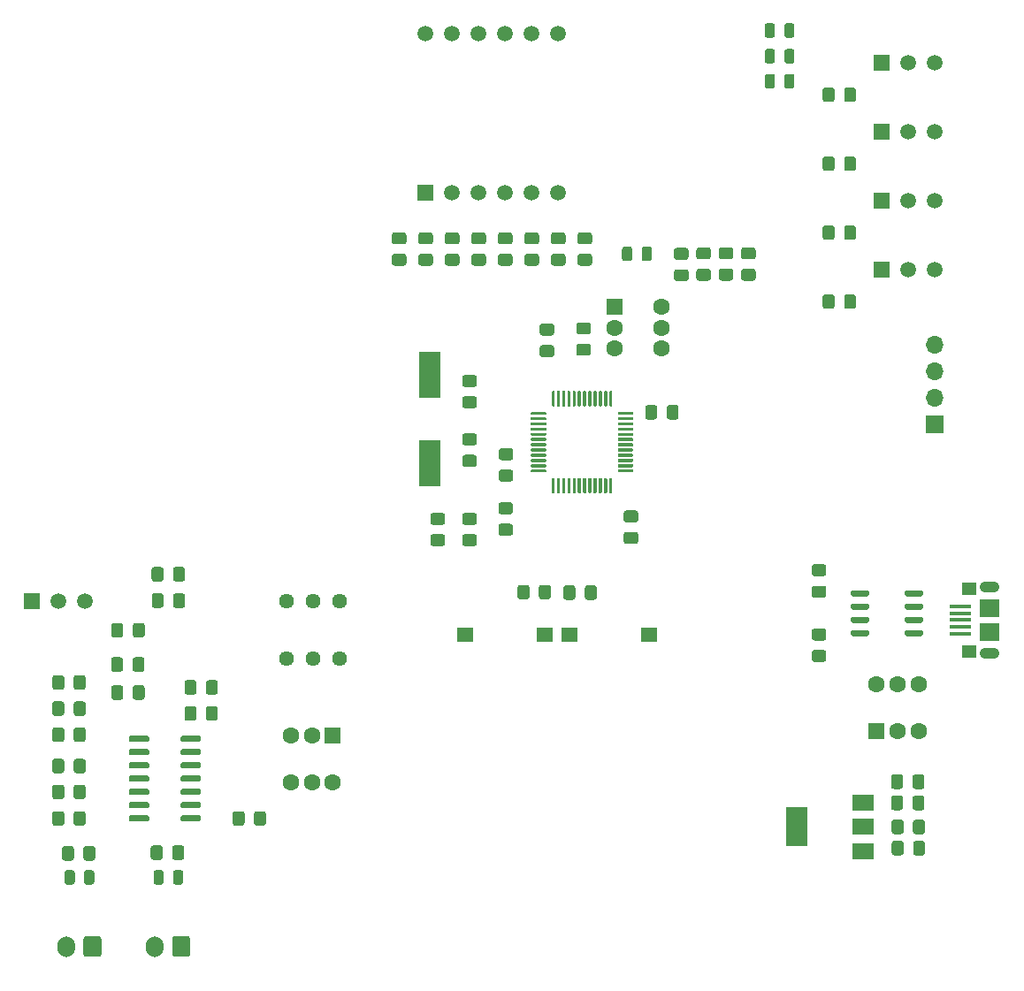
<source format=gts>
G04 #@! TF.GenerationSoftware,KiCad,Pcbnew,(5.1.10)-1*
G04 #@! TF.CreationDate,2021-08-06T21:51:28+08:00*
G04 #@! TF.ProjectId,digital_thermometer,64696769-7461-46c5-9f74-6865726d6f6d,rev?*
G04 #@! TF.SameCoordinates,Original*
G04 #@! TF.FileFunction,Soldermask,Top*
G04 #@! TF.FilePolarity,Negative*
%FSLAX45Y45*%
G04 Gerber Fmt 4.5, Leading zero omitted, Abs format (unit mm)*
G04 Created by KiCad (PCBNEW (5.1.10)-1) date 2021-08-06 21:51:28*
%MOMM*%
%LPD*%
G01*
G04 APERTURE LIST*
%ADD10C,1.600000*%
%ADD11R,1.600000X1.600000*%
%ADD12O,1.700000X2.000000*%
%ADD13R,1.500000X1.400000*%
%ADD14R,2.000000X4.500000*%
%ADD15R,1.500000X1.500000*%
%ADD16C,1.500000*%
%ADD17R,2.000000X1.500000*%
%ADD18R,2.000000X3.800000*%
%ADD19C,1.440000*%
%ADD20R,1.450000X1.150000*%
%ADD21O,1.900000X1.050000*%
%ADD22R,1.900000X1.750000*%
%ADD23R,2.000000X0.400000*%
%ADD24O,1.700000X1.700000*%
%ADD25R,1.700000X1.700000*%
G04 APERTURE END LIST*
G04 #@! TO.C,R16*
G36*
G01*
X11926000Y-7941500D02*
X11836000Y-7941500D01*
G75*
G02*
X11811000Y-7916500I0J25000D01*
G01*
X11811000Y-7851500D01*
G75*
G02*
X11836000Y-7826500I25000J0D01*
G01*
X11926000Y-7826500D01*
G75*
G02*
X11951000Y-7851500I0J-25000D01*
G01*
X11951000Y-7916500D01*
G75*
G02*
X11926000Y-7941500I-25000J0D01*
G01*
G37*
G36*
G01*
X11926000Y-8146500D02*
X11836000Y-8146500D01*
G75*
G02*
X11811000Y-8121500I0J25000D01*
G01*
X11811000Y-8056500D01*
G75*
G02*
X11836000Y-8031500I25000J0D01*
G01*
X11926000Y-8031500D01*
G75*
G02*
X11951000Y-8056500I0J-25000D01*
G01*
X11951000Y-8121500D01*
G75*
G02*
X11926000Y-8146500I-25000J0D01*
G01*
G37*
G04 #@! TD*
G04 #@! TO.C,R34*
G36*
G01*
X12569000Y-7937000D02*
X12479000Y-7937000D01*
G75*
G02*
X12454000Y-7912000I0J25000D01*
G01*
X12454000Y-7847000D01*
G75*
G02*
X12479000Y-7822000I25000J0D01*
G01*
X12569000Y-7822000D01*
G75*
G02*
X12594000Y-7847000I0J-25000D01*
G01*
X12594000Y-7912000D01*
G75*
G02*
X12569000Y-7937000I-25000J0D01*
G01*
G37*
G36*
G01*
X12569000Y-8142000D02*
X12479000Y-8142000D01*
G75*
G02*
X12454000Y-8117000I0J25000D01*
G01*
X12454000Y-8052000D01*
G75*
G02*
X12479000Y-8027000I25000J0D01*
G01*
X12569000Y-8027000D01*
G75*
G02*
X12594000Y-8052000I0J-25000D01*
G01*
X12594000Y-8117000D01*
G75*
G02*
X12569000Y-8142000I-25000J0D01*
G01*
G37*
G04 #@! TD*
G04 #@! TO.C,R33*
G36*
G01*
X12354667Y-7936500D02*
X12264666Y-7936500D01*
G75*
G02*
X12239667Y-7911500I0J25000D01*
G01*
X12239667Y-7846500D01*
G75*
G02*
X12264666Y-7821500I25000J0D01*
G01*
X12354667Y-7821500D01*
G75*
G02*
X12379667Y-7846500I0J-25000D01*
G01*
X12379667Y-7911500D01*
G75*
G02*
X12354667Y-7936500I-25000J0D01*
G01*
G37*
G36*
G01*
X12354667Y-8141500D02*
X12264666Y-8141500D01*
G75*
G02*
X12239667Y-8116500I0J25000D01*
G01*
X12239667Y-8051500D01*
G75*
G02*
X12264666Y-8026500I25000J0D01*
G01*
X12354667Y-8026500D01*
G75*
G02*
X12379667Y-8051500I0J-25000D01*
G01*
X12379667Y-8116500D01*
G75*
G02*
X12354667Y-8141500I-25000J0D01*
G01*
G37*
G04 #@! TD*
G04 #@! TO.C,R32*
G36*
G01*
X12140333Y-7936500D02*
X12050333Y-7936500D01*
G75*
G02*
X12025333Y-7911500I0J25000D01*
G01*
X12025333Y-7846500D01*
G75*
G02*
X12050333Y-7821500I25000J0D01*
G01*
X12140333Y-7821500D01*
G75*
G02*
X12165333Y-7846500I0J-25000D01*
G01*
X12165333Y-7911500D01*
G75*
G02*
X12140333Y-7936500I-25000J0D01*
G01*
G37*
G36*
G01*
X12140333Y-8141500D02*
X12050333Y-8141500D01*
G75*
G02*
X12025333Y-8116500I0J25000D01*
G01*
X12025333Y-8051500D01*
G75*
G02*
X12050333Y-8026500I25000J0D01*
G01*
X12140333Y-8026500D01*
G75*
G02*
X12165333Y-8051500I0J-25000D01*
G01*
X12165333Y-8116500D01*
G75*
G02*
X12140333Y-8141500I-25000J0D01*
G01*
G37*
G04 #@! TD*
G04 #@! TO.C,D6*
G36*
G01*
X11502000Y-7929625D02*
X11502000Y-7838375D01*
G75*
G02*
X11526375Y-7814000I24375J0D01*
G01*
X11575125Y-7814000D01*
G75*
G02*
X11599500Y-7838375I0J-24375D01*
G01*
X11599500Y-7929625D01*
G75*
G02*
X11575125Y-7954000I-24375J0D01*
G01*
X11526375Y-7954000D01*
G75*
G02*
X11502000Y-7929625I0J24375D01*
G01*
G37*
G36*
G01*
X11314500Y-7929625D02*
X11314500Y-7838375D01*
G75*
G02*
X11338875Y-7814000I24375J0D01*
G01*
X11387625Y-7814000D01*
G75*
G02*
X11412000Y-7838375I0J-24375D01*
G01*
X11412000Y-7929625D01*
G75*
G02*
X11387625Y-7954000I-24375J0D01*
G01*
X11338875Y-7954000D01*
G75*
G02*
X11314500Y-7929625I0J24375D01*
G01*
G37*
G04 #@! TD*
G04 #@! TO.C,D5*
G36*
G01*
X12777750Y-6184375D02*
X12777750Y-6275625D01*
G75*
G02*
X12753375Y-6300000I-24375J0D01*
G01*
X12704625Y-6300000D01*
G75*
G02*
X12680250Y-6275625I0J24375D01*
G01*
X12680250Y-6184375D01*
G75*
G02*
X12704625Y-6160000I24375J0D01*
G01*
X12753375Y-6160000D01*
G75*
G02*
X12777750Y-6184375I0J-24375D01*
G01*
G37*
G36*
G01*
X12965250Y-6184375D02*
X12965250Y-6275625D01*
G75*
G02*
X12940875Y-6300000I-24375J0D01*
G01*
X12892125Y-6300000D01*
G75*
G02*
X12867750Y-6275625I0J24375D01*
G01*
X12867750Y-6184375D01*
G75*
G02*
X12892125Y-6160000I24375J0D01*
G01*
X12940875Y-6160000D01*
G75*
G02*
X12965250Y-6184375I0J-24375D01*
G01*
G37*
G04 #@! TD*
G04 #@! TO.C,D4*
G36*
G01*
X12777750Y-5946375D02*
X12777750Y-6037625D01*
G75*
G02*
X12753375Y-6062000I-24375J0D01*
G01*
X12704625Y-6062000D01*
G75*
G02*
X12680250Y-6037625I0J24375D01*
G01*
X12680250Y-5946375D01*
G75*
G02*
X12704625Y-5922000I24375J0D01*
G01*
X12753375Y-5922000D01*
G75*
G02*
X12777750Y-5946375I0J-24375D01*
G01*
G37*
G36*
G01*
X12965250Y-5946375D02*
X12965250Y-6037625D01*
G75*
G02*
X12940875Y-6062000I-24375J0D01*
G01*
X12892125Y-6062000D01*
G75*
G02*
X12867750Y-6037625I0J24375D01*
G01*
X12867750Y-5946375D01*
G75*
G02*
X12892125Y-5922000I24375J0D01*
G01*
X12940875Y-5922000D01*
G75*
G02*
X12965250Y-5946375I0J-24375D01*
G01*
G37*
G04 #@! TD*
G04 #@! TO.C,D3*
G36*
G01*
X12777750Y-5699375D02*
X12777750Y-5790625D01*
G75*
G02*
X12753375Y-5815000I-24375J0D01*
G01*
X12704625Y-5815000D01*
G75*
G02*
X12680250Y-5790625I0J24375D01*
G01*
X12680250Y-5699375D01*
G75*
G02*
X12704625Y-5675000I24375J0D01*
G01*
X12753375Y-5675000D01*
G75*
G02*
X12777750Y-5699375I0J-24375D01*
G01*
G37*
G36*
G01*
X12965250Y-5699375D02*
X12965250Y-5790625D01*
G75*
G02*
X12940875Y-5815000I-24375J0D01*
G01*
X12892125Y-5815000D01*
G75*
G02*
X12867750Y-5790625I0J24375D01*
G01*
X12867750Y-5699375D01*
G75*
G02*
X12892125Y-5675000I24375J0D01*
G01*
X12940875Y-5675000D01*
G75*
G02*
X12965250Y-5699375I0J-24375D01*
G01*
G37*
G04 #@! TD*
G04 #@! TO.C,R31*
G36*
G01*
X7006500Y-13664000D02*
X7006500Y-13574000D01*
G75*
G02*
X7031500Y-13549000I25000J0D01*
G01*
X7096500Y-13549000D01*
G75*
G02*
X7121500Y-13574000I0J-25000D01*
G01*
X7121500Y-13664000D01*
G75*
G02*
X7096500Y-13689000I-25000J0D01*
G01*
X7031500Y-13689000D01*
G75*
G02*
X7006500Y-13664000I0J25000D01*
G01*
G37*
G36*
G01*
X6801500Y-13664000D02*
X6801500Y-13574000D01*
G75*
G02*
X6826500Y-13549000I25000J0D01*
G01*
X6891500Y-13549000D01*
G75*
G02*
X6916500Y-13574000I0J-25000D01*
G01*
X6916500Y-13664000D01*
G75*
G02*
X6891500Y-13689000I-25000J0D01*
G01*
X6826500Y-13689000D01*
G75*
G02*
X6801500Y-13664000I0J25000D01*
G01*
G37*
G04 #@! TD*
G04 #@! TO.C,R30*
G36*
G01*
X6156500Y-13671000D02*
X6156500Y-13581000D01*
G75*
G02*
X6181500Y-13556000I25000J0D01*
G01*
X6246500Y-13556000D01*
G75*
G02*
X6271500Y-13581000I0J-25000D01*
G01*
X6271500Y-13671000D01*
G75*
G02*
X6246500Y-13696000I-25000J0D01*
G01*
X6181500Y-13696000D01*
G75*
G02*
X6156500Y-13671000I0J25000D01*
G01*
G37*
G36*
G01*
X5951500Y-13671000D02*
X5951500Y-13581000D01*
G75*
G02*
X5976500Y-13556000I25000J0D01*
G01*
X6041500Y-13556000D01*
G75*
G02*
X6066500Y-13581000I0J-25000D01*
G01*
X6066500Y-13671000D01*
G75*
G02*
X6041500Y-13696000I-25000J0D01*
G01*
X5976500Y-13696000D01*
G75*
G02*
X5951500Y-13671000I0J25000D01*
G01*
G37*
G04 #@! TD*
G04 #@! TO.C,D2*
G36*
G01*
X7015000Y-13901625D02*
X7015000Y-13810375D01*
G75*
G02*
X7039375Y-13786000I24375J0D01*
G01*
X7088125Y-13786000D01*
G75*
G02*
X7112500Y-13810375I0J-24375D01*
G01*
X7112500Y-13901625D01*
G75*
G02*
X7088125Y-13926000I-24375J0D01*
G01*
X7039375Y-13926000D01*
G75*
G02*
X7015000Y-13901625I0J24375D01*
G01*
G37*
G36*
G01*
X6827500Y-13901625D02*
X6827500Y-13810375D01*
G75*
G02*
X6851875Y-13786000I24375J0D01*
G01*
X6900625Y-13786000D01*
G75*
G02*
X6925000Y-13810375I0J-24375D01*
G01*
X6925000Y-13901625D01*
G75*
G02*
X6900625Y-13926000I-24375J0D01*
G01*
X6851875Y-13926000D01*
G75*
G02*
X6827500Y-13901625I0J24375D01*
G01*
G37*
G04 #@! TD*
G04 #@! TO.C,D1*
G36*
G01*
X6164000Y-13901625D02*
X6164000Y-13810375D01*
G75*
G02*
X6188375Y-13786000I24375J0D01*
G01*
X6237125Y-13786000D01*
G75*
G02*
X6261500Y-13810375I0J-24375D01*
G01*
X6261500Y-13901625D01*
G75*
G02*
X6237125Y-13926000I-24375J0D01*
G01*
X6188375Y-13926000D01*
G75*
G02*
X6164000Y-13901625I0J24375D01*
G01*
G37*
G36*
G01*
X5976500Y-13901625D02*
X5976500Y-13810375D01*
G75*
G02*
X6000875Y-13786000I24375J0D01*
G01*
X6049625Y-13786000D01*
G75*
G02*
X6074000Y-13810375I0J-24375D01*
G01*
X6074000Y-13901625D01*
G75*
G02*
X6049625Y-13926000I-24375J0D01*
G01*
X6000875Y-13926000D01*
G75*
G02*
X5976500Y-13901625I0J24375D01*
G01*
G37*
G04 #@! TD*
D10*
G04 #@! TO.C,SW5*
X8545000Y-12946000D03*
X8145000Y-12496000D03*
X8345000Y-12946000D03*
X8345000Y-12496000D03*
X8145000Y-12946000D03*
D11*
X8545000Y-12496000D03*
G04 #@! TD*
D10*
G04 #@! TO.C,SW4*
X11695000Y-8390000D03*
X11245000Y-8790000D03*
X11695000Y-8590000D03*
X11245000Y-8590000D03*
X11695000Y-8790000D03*
D11*
X11245000Y-8390000D03*
G04 #@! TD*
G04 #@! TO.C,R28*
G36*
G01*
X6925500Y-11160000D02*
X6925500Y-11250000D01*
G75*
G02*
X6900500Y-11275000I-25000J0D01*
G01*
X6835500Y-11275000D01*
G75*
G02*
X6810500Y-11250000I0J25000D01*
G01*
X6810500Y-11160000D01*
G75*
G02*
X6835500Y-11135000I25000J0D01*
G01*
X6900500Y-11135000D01*
G75*
G02*
X6925500Y-11160000I0J-25000D01*
G01*
G37*
G36*
G01*
X7130500Y-11160000D02*
X7130500Y-11250000D01*
G75*
G02*
X7105500Y-11275000I-25000J0D01*
G01*
X7040500Y-11275000D01*
G75*
G02*
X7015500Y-11250000I0J25000D01*
G01*
X7015500Y-11160000D01*
G75*
G02*
X7040500Y-11135000I25000J0D01*
G01*
X7105500Y-11135000D01*
G75*
G02*
X7130500Y-11160000I0J-25000D01*
G01*
G37*
G04 #@! TD*
D12*
G04 #@! TO.C,J3*
X6844000Y-14518000D03*
G36*
G01*
X7179000Y-14443000D02*
X7179000Y-14593000D01*
G75*
G02*
X7154000Y-14618000I-25000J0D01*
G01*
X7034000Y-14618000D01*
G75*
G02*
X7009000Y-14593000I0J25000D01*
G01*
X7009000Y-14443000D01*
G75*
G02*
X7034000Y-14418000I25000J0D01*
G01*
X7154000Y-14418000D01*
G75*
G02*
X7179000Y-14443000I0J-25000D01*
G01*
G37*
G04 #@! TD*
D13*
G04 #@! TO.C,SW2*
X10813000Y-11532000D03*
X11573000Y-11532000D03*
G04 #@! TD*
G04 #@! TO.C,SW1*
X10575000Y-11530000D03*
X9815000Y-11530000D03*
G04 #@! TD*
G04 #@! TO.C,R14*
G36*
G01*
X10957500Y-11174000D02*
X10957500Y-11084000D01*
G75*
G02*
X10982500Y-11059000I25000J0D01*
G01*
X11047500Y-11059000D01*
G75*
G02*
X11072500Y-11084000I0J-25000D01*
G01*
X11072500Y-11174000D01*
G75*
G02*
X11047500Y-11199000I-25000J0D01*
G01*
X10982500Y-11199000D01*
G75*
G02*
X10957500Y-11174000I0J25000D01*
G01*
G37*
G36*
G01*
X10752500Y-11174000D02*
X10752500Y-11084000D01*
G75*
G02*
X10777500Y-11059000I25000J0D01*
G01*
X10842500Y-11059000D01*
G75*
G02*
X10867500Y-11084000I0J-25000D01*
G01*
X10867500Y-11174000D01*
G75*
G02*
X10842500Y-11199000I-25000J0D01*
G01*
X10777500Y-11199000D01*
G75*
G02*
X10752500Y-11174000I0J25000D01*
G01*
G37*
G04 #@! TD*
G04 #@! TO.C,R13*
G36*
G01*
X10428500Y-11079000D02*
X10428500Y-11169000D01*
G75*
G02*
X10403500Y-11194000I-25000J0D01*
G01*
X10338500Y-11194000D01*
G75*
G02*
X10313500Y-11169000I0J25000D01*
G01*
X10313500Y-11079000D01*
G75*
G02*
X10338500Y-11054000I25000J0D01*
G01*
X10403500Y-11054000D01*
G75*
G02*
X10428500Y-11079000I0J-25000D01*
G01*
G37*
G36*
G01*
X10633500Y-11079000D02*
X10633500Y-11169000D01*
G75*
G02*
X10608500Y-11194000I-25000J0D01*
G01*
X10543500Y-11194000D01*
G75*
G02*
X10518500Y-11169000I0J25000D01*
G01*
X10518500Y-11079000D01*
G75*
G02*
X10543500Y-11054000I25000J0D01*
G01*
X10608500Y-11054000D01*
G75*
G02*
X10633500Y-11079000I0J-25000D01*
G01*
G37*
G04 #@! TD*
D14*
G04 #@! TO.C,Y1*
X9470000Y-9890000D03*
X9470000Y-9040000D03*
G04 #@! TD*
G04 #@! TO.C,U2*
G36*
G01*
X10640850Y-9337800D02*
X10640850Y-9205300D01*
G75*
G02*
X10648350Y-9197800I7500J0D01*
G01*
X10663350Y-9197800D01*
G75*
G02*
X10670850Y-9205300I0J-7500D01*
G01*
X10670850Y-9337800D01*
G75*
G02*
X10663350Y-9345300I-7500J0D01*
G01*
X10648350Y-9345300D01*
G75*
G02*
X10640850Y-9337800I0J7500D01*
G01*
G37*
G36*
G01*
X10690850Y-9337800D02*
X10690850Y-9205300D01*
G75*
G02*
X10698350Y-9197800I7500J0D01*
G01*
X10713350Y-9197800D01*
G75*
G02*
X10720850Y-9205300I0J-7500D01*
G01*
X10720850Y-9337800D01*
G75*
G02*
X10713350Y-9345300I-7500J0D01*
G01*
X10698350Y-9345300D01*
G75*
G02*
X10690850Y-9337800I0J7500D01*
G01*
G37*
G36*
G01*
X10740850Y-9337800D02*
X10740850Y-9205300D01*
G75*
G02*
X10748350Y-9197800I7500J0D01*
G01*
X10763350Y-9197800D01*
G75*
G02*
X10770850Y-9205300I0J-7500D01*
G01*
X10770850Y-9337800D01*
G75*
G02*
X10763350Y-9345300I-7500J0D01*
G01*
X10748350Y-9345300D01*
G75*
G02*
X10740850Y-9337800I0J7500D01*
G01*
G37*
G36*
G01*
X10790850Y-9337800D02*
X10790850Y-9205300D01*
G75*
G02*
X10798350Y-9197800I7500J0D01*
G01*
X10813350Y-9197800D01*
G75*
G02*
X10820850Y-9205300I0J-7500D01*
G01*
X10820850Y-9337800D01*
G75*
G02*
X10813350Y-9345300I-7500J0D01*
G01*
X10798350Y-9345300D01*
G75*
G02*
X10790850Y-9337800I0J7500D01*
G01*
G37*
G36*
G01*
X10840850Y-9337800D02*
X10840850Y-9205300D01*
G75*
G02*
X10848350Y-9197800I7500J0D01*
G01*
X10863350Y-9197800D01*
G75*
G02*
X10870850Y-9205300I0J-7500D01*
G01*
X10870850Y-9337800D01*
G75*
G02*
X10863350Y-9345300I-7500J0D01*
G01*
X10848350Y-9345300D01*
G75*
G02*
X10840850Y-9337800I0J7500D01*
G01*
G37*
G36*
G01*
X10890850Y-9337800D02*
X10890850Y-9205300D01*
G75*
G02*
X10898350Y-9197800I7500J0D01*
G01*
X10913350Y-9197800D01*
G75*
G02*
X10920850Y-9205300I0J-7500D01*
G01*
X10920850Y-9337800D01*
G75*
G02*
X10913350Y-9345300I-7500J0D01*
G01*
X10898350Y-9345300D01*
G75*
G02*
X10890850Y-9337800I0J7500D01*
G01*
G37*
G36*
G01*
X10940850Y-9337800D02*
X10940850Y-9205300D01*
G75*
G02*
X10948350Y-9197800I7500J0D01*
G01*
X10963350Y-9197800D01*
G75*
G02*
X10970850Y-9205300I0J-7500D01*
G01*
X10970850Y-9337800D01*
G75*
G02*
X10963350Y-9345300I-7500J0D01*
G01*
X10948350Y-9345300D01*
G75*
G02*
X10940850Y-9337800I0J7500D01*
G01*
G37*
G36*
G01*
X10990850Y-9337800D02*
X10990850Y-9205300D01*
G75*
G02*
X10998350Y-9197800I7500J0D01*
G01*
X11013350Y-9197800D01*
G75*
G02*
X11020850Y-9205300I0J-7500D01*
G01*
X11020850Y-9337800D01*
G75*
G02*
X11013350Y-9345300I-7500J0D01*
G01*
X10998350Y-9345300D01*
G75*
G02*
X10990850Y-9337800I0J7500D01*
G01*
G37*
G36*
G01*
X11040850Y-9337800D02*
X11040850Y-9205300D01*
G75*
G02*
X11048350Y-9197800I7500J0D01*
G01*
X11063350Y-9197800D01*
G75*
G02*
X11070850Y-9205300I0J-7500D01*
G01*
X11070850Y-9337800D01*
G75*
G02*
X11063350Y-9345300I-7500J0D01*
G01*
X11048350Y-9345300D01*
G75*
G02*
X11040850Y-9337800I0J7500D01*
G01*
G37*
G36*
G01*
X11090850Y-9337800D02*
X11090850Y-9205300D01*
G75*
G02*
X11098350Y-9197800I7500J0D01*
G01*
X11113350Y-9197800D01*
G75*
G02*
X11120850Y-9205300I0J-7500D01*
G01*
X11120850Y-9337800D01*
G75*
G02*
X11113350Y-9345300I-7500J0D01*
G01*
X11098350Y-9345300D01*
G75*
G02*
X11090850Y-9337800I0J7500D01*
G01*
G37*
G36*
G01*
X11140850Y-9337800D02*
X11140850Y-9205300D01*
G75*
G02*
X11148350Y-9197800I7500J0D01*
G01*
X11163350Y-9197800D01*
G75*
G02*
X11170850Y-9205300I0J-7500D01*
G01*
X11170850Y-9337800D01*
G75*
G02*
X11163350Y-9345300I-7500J0D01*
G01*
X11148350Y-9345300D01*
G75*
G02*
X11140850Y-9337800I0J7500D01*
G01*
G37*
G36*
G01*
X11190850Y-9337800D02*
X11190850Y-9205300D01*
G75*
G02*
X11198350Y-9197800I7500J0D01*
G01*
X11213350Y-9197800D01*
G75*
G02*
X11220850Y-9205300I0J-7500D01*
G01*
X11220850Y-9337800D01*
G75*
G02*
X11213350Y-9345300I-7500J0D01*
G01*
X11198350Y-9345300D01*
G75*
G02*
X11190850Y-9337800I0J7500D01*
G01*
G37*
G36*
G01*
X11273350Y-9420300D02*
X11273350Y-9405300D01*
G75*
G02*
X11280850Y-9397800I7500J0D01*
G01*
X11413350Y-9397800D01*
G75*
G02*
X11420850Y-9405300I0J-7500D01*
G01*
X11420850Y-9420300D01*
G75*
G02*
X11413350Y-9427800I-7500J0D01*
G01*
X11280850Y-9427800D01*
G75*
G02*
X11273350Y-9420300I0J7500D01*
G01*
G37*
G36*
G01*
X11273350Y-9470300D02*
X11273350Y-9455300D01*
G75*
G02*
X11280850Y-9447800I7500J0D01*
G01*
X11413350Y-9447800D01*
G75*
G02*
X11420850Y-9455300I0J-7500D01*
G01*
X11420850Y-9470300D01*
G75*
G02*
X11413350Y-9477800I-7500J0D01*
G01*
X11280850Y-9477800D01*
G75*
G02*
X11273350Y-9470300I0J7500D01*
G01*
G37*
G36*
G01*
X11273350Y-9520300D02*
X11273350Y-9505300D01*
G75*
G02*
X11280850Y-9497800I7500J0D01*
G01*
X11413350Y-9497800D01*
G75*
G02*
X11420850Y-9505300I0J-7500D01*
G01*
X11420850Y-9520300D01*
G75*
G02*
X11413350Y-9527800I-7500J0D01*
G01*
X11280850Y-9527800D01*
G75*
G02*
X11273350Y-9520300I0J7500D01*
G01*
G37*
G36*
G01*
X11273350Y-9570300D02*
X11273350Y-9555300D01*
G75*
G02*
X11280850Y-9547800I7500J0D01*
G01*
X11413350Y-9547800D01*
G75*
G02*
X11420850Y-9555300I0J-7500D01*
G01*
X11420850Y-9570300D01*
G75*
G02*
X11413350Y-9577800I-7500J0D01*
G01*
X11280850Y-9577800D01*
G75*
G02*
X11273350Y-9570300I0J7500D01*
G01*
G37*
G36*
G01*
X11273350Y-9620300D02*
X11273350Y-9605300D01*
G75*
G02*
X11280850Y-9597800I7500J0D01*
G01*
X11413350Y-9597800D01*
G75*
G02*
X11420850Y-9605300I0J-7500D01*
G01*
X11420850Y-9620300D01*
G75*
G02*
X11413350Y-9627800I-7500J0D01*
G01*
X11280850Y-9627800D01*
G75*
G02*
X11273350Y-9620300I0J7500D01*
G01*
G37*
G36*
G01*
X11273350Y-9670300D02*
X11273350Y-9655300D01*
G75*
G02*
X11280850Y-9647800I7500J0D01*
G01*
X11413350Y-9647800D01*
G75*
G02*
X11420850Y-9655300I0J-7500D01*
G01*
X11420850Y-9670300D01*
G75*
G02*
X11413350Y-9677800I-7500J0D01*
G01*
X11280850Y-9677800D01*
G75*
G02*
X11273350Y-9670300I0J7500D01*
G01*
G37*
G36*
G01*
X11273350Y-9720300D02*
X11273350Y-9705300D01*
G75*
G02*
X11280850Y-9697800I7500J0D01*
G01*
X11413350Y-9697800D01*
G75*
G02*
X11420850Y-9705300I0J-7500D01*
G01*
X11420850Y-9720300D01*
G75*
G02*
X11413350Y-9727800I-7500J0D01*
G01*
X11280850Y-9727800D01*
G75*
G02*
X11273350Y-9720300I0J7500D01*
G01*
G37*
G36*
G01*
X11273350Y-9770300D02*
X11273350Y-9755300D01*
G75*
G02*
X11280850Y-9747800I7500J0D01*
G01*
X11413350Y-9747800D01*
G75*
G02*
X11420850Y-9755300I0J-7500D01*
G01*
X11420850Y-9770300D01*
G75*
G02*
X11413350Y-9777800I-7500J0D01*
G01*
X11280850Y-9777800D01*
G75*
G02*
X11273350Y-9770300I0J7500D01*
G01*
G37*
G36*
G01*
X11273350Y-9820300D02*
X11273350Y-9805300D01*
G75*
G02*
X11280850Y-9797800I7500J0D01*
G01*
X11413350Y-9797800D01*
G75*
G02*
X11420850Y-9805300I0J-7500D01*
G01*
X11420850Y-9820300D01*
G75*
G02*
X11413350Y-9827800I-7500J0D01*
G01*
X11280850Y-9827800D01*
G75*
G02*
X11273350Y-9820300I0J7500D01*
G01*
G37*
G36*
G01*
X11273350Y-9870300D02*
X11273350Y-9855300D01*
G75*
G02*
X11280850Y-9847800I7500J0D01*
G01*
X11413350Y-9847800D01*
G75*
G02*
X11420850Y-9855300I0J-7500D01*
G01*
X11420850Y-9870300D01*
G75*
G02*
X11413350Y-9877800I-7500J0D01*
G01*
X11280850Y-9877800D01*
G75*
G02*
X11273350Y-9870300I0J7500D01*
G01*
G37*
G36*
G01*
X11273350Y-9920300D02*
X11273350Y-9905300D01*
G75*
G02*
X11280850Y-9897800I7500J0D01*
G01*
X11413350Y-9897800D01*
G75*
G02*
X11420850Y-9905300I0J-7500D01*
G01*
X11420850Y-9920300D01*
G75*
G02*
X11413350Y-9927800I-7500J0D01*
G01*
X11280850Y-9927800D01*
G75*
G02*
X11273350Y-9920300I0J7500D01*
G01*
G37*
G36*
G01*
X11273350Y-9970300D02*
X11273350Y-9955300D01*
G75*
G02*
X11280850Y-9947800I7500J0D01*
G01*
X11413350Y-9947800D01*
G75*
G02*
X11420850Y-9955300I0J-7500D01*
G01*
X11420850Y-9970300D01*
G75*
G02*
X11413350Y-9977800I-7500J0D01*
G01*
X11280850Y-9977800D01*
G75*
G02*
X11273350Y-9970300I0J7500D01*
G01*
G37*
G36*
G01*
X11190850Y-10170300D02*
X11190850Y-10037800D01*
G75*
G02*
X11198350Y-10030300I7500J0D01*
G01*
X11213350Y-10030300D01*
G75*
G02*
X11220850Y-10037800I0J-7500D01*
G01*
X11220850Y-10170300D01*
G75*
G02*
X11213350Y-10177800I-7500J0D01*
G01*
X11198350Y-10177800D01*
G75*
G02*
X11190850Y-10170300I0J7500D01*
G01*
G37*
G36*
G01*
X11140850Y-10170300D02*
X11140850Y-10037800D01*
G75*
G02*
X11148350Y-10030300I7500J0D01*
G01*
X11163350Y-10030300D01*
G75*
G02*
X11170850Y-10037800I0J-7500D01*
G01*
X11170850Y-10170300D01*
G75*
G02*
X11163350Y-10177800I-7500J0D01*
G01*
X11148350Y-10177800D01*
G75*
G02*
X11140850Y-10170300I0J7500D01*
G01*
G37*
G36*
G01*
X11090850Y-10170300D02*
X11090850Y-10037800D01*
G75*
G02*
X11098350Y-10030300I7500J0D01*
G01*
X11113350Y-10030300D01*
G75*
G02*
X11120850Y-10037800I0J-7500D01*
G01*
X11120850Y-10170300D01*
G75*
G02*
X11113350Y-10177800I-7500J0D01*
G01*
X11098350Y-10177800D01*
G75*
G02*
X11090850Y-10170300I0J7500D01*
G01*
G37*
G36*
G01*
X11040850Y-10170300D02*
X11040850Y-10037800D01*
G75*
G02*
X11048350Y-10030300I7500J0D01*
G01*
X11063350Y-10030300D01*
G75*
G02*
X11070850Y-10037800I0J-7500D01*
G01*
X11070850Y-10170300D01*
G75*
G02*
X11063350Y-10177800I-7500J0D01*
G01*
X11048350Y-10177800D01*
G75*
G02*
X11040850Y-10170300I0J7500D01*
G01*
G37*
G36*
G01*
X10990850Y-10170300D02*
X10990850Y-10037800D01*
G75*
G02*
X10998350Y-10030300I7500J0D01*
G01*
X11013350Y-10030300D01*
G75*
G02*
X11020850Y-10037800I0J-7500D01*
G01*
X11020850Y-10170300D01*
G75*
G02*
X11013350Y-10177800I-7500J0D01*
G01*
X10998350Y-10177800D01*
G75*
G02*
X10990850Y-10170300I0J7500D01*
G01*
G37*
G36*
G01*
X10940850Y-10170300D02*
X10940850Y-10037800D01*
G75*
G02*
X10948350Y-10030300I7500J0D01*
G01*
X10963350Y-10030300D01*
G75*
G02*
X10970850Y-10037800I0J-7500D01*
G01*
X10970850Y-10170300D01*
G75*
G02*
X10963350Y-10177800I-7500J0D01*
G01*
X10948350Y-10177800D01*
G75*
G02*
X10940850Y-10170300I0J7500D01*
G01*
G37*
G36*
G01*
X10890850Y-10170300D02*
X10890850Y-10037800D01*
G75*
G02*
X10898350Y-10030300I7500J0D01*
G01*
X10913350Y-10030300D01*
G75*
G02*
X10920850Y-10037800I0J-7500D01*
G01*
X10920850Y-10170300D01*
G75*
G02*
X10913350Y-10177800I-7500J0D01*
G01*
X10898350Y-10177800D01*
G75*
G02*
X10890850Y-10170300I0J7500D01*
G01*
G37*
G36*
G01*
X10840850Y-10170300D02*
X10840850Y-10037800D01*
G75*
G02*
X10848350Y-10030300I7500J0D01*
G01*
X10863350Y-10030300D01*
G75*
G02*
X10870850Y-10037800I0J-7500D01*
G01*
X10870850Y-10170300D01*
G75*
G02*
X10863350Y-10177800I-7500J0D01*
G01*
X10848350Y-10177800D01*
G75*
G02*
X10840850Y-10170300I0J7500D01*
G01*
G37*
G36*
G01*
X10790850Y-10170300D02*
X10790850Y-10037800D01*
G75*
G02*
X10798350Y-10030300I7500J0D01*
G01*
X10813350Y-10030300D01*
G75*
G02*
X10820850Y-10037800I0J-7500D01*
G01*
X10820850Y-10170300D01*
G75*
G02*
X10813350Y-10177800I-7500J0D01*
G01*
X10798350Y-10177800D01*
G75*
G02*
X10790850Y-10170300I0J7500D01*
G01*
G37*
G36*
G01*
X10740850Y-10170300D02*
X10740850Y-10037800D01*
G75*
G02*
X10748350Y-10030300I7500J0D01*
G01*
X10763350Y-10030300D01*
G75*
G02*
X10770850Y-10037800I0J-7500D01*
G01*
X10770850Y-10170300D01*
G75*
G02*
X10763350Y-10177800I-7500J0D01*
G01*
X10748350Y-10177800D01*
G75*
G02*
X10740850Y-10170300I0J7500D01*
G01*
G37*
G36*
G01*
X10690850Y-10170300D02*
X10690850Y-10037800D01*
G75*
G02*
X10698350Y-10030300I7500J0D01*
G01*
X10713350Y-10030300D01*
G75*
G02*
X10720850Y-10037800I0J-7500D01*
G01*
X10720850Y-10170300D01*
G75*
G02*
X10713350Y-10177800I-7500J0D01*
G01*
X10698350Y-10177800D01*
G75*
G02*
X10690850Y-10170300I0J7500D01*
G01*
G37*
G36*
G01*
X10640850Y-10170300D02*
X10640850Y-10037800D01*
G75*
G02*
X10648350Y-10030300I7500J0D01*
G01*
X10663350Y-10030300D01*
G75*
G02*
X10670850Y-10037800I0J-7500D01*
G01*
X10670850Y-10170300D01*
G75*
G02*
X10663350Y-10177800I-7500J0D01*
G01*
X10648350Y-10177800D01*
G75*
G02*
X10640850Y-10170300I0J7500D01*
G01*
G37*
G36*
G01*
X10440850Y-9970300D02*
X10440850Y-9955300D01*
G75*
G02*
X10448350Y-9947800I7500J0D01*
G01*
X10580850Y-9947800D01*
G75*
G02*
X10588350Y-9955300I0J-7500D01*
G01*
X10588350Y-9970300D01*
G75*
G02*
X10580850Y-9977800I-7500J0D01*
G01*
X10448350Y-9977800D01*
G75*
G02*
X10440850Y-9970300I0J7500D01*
G01*
G37*
G36*
G01*
X10440850Y-9920300D02*
X10440850Y-9905300D01*
G75*
G02*
X10448350Y-9897800I7500J0D01*
G01*
X10580850Y-9897800D01*
G75*
G02*
X10588350Y-9905300I0J-7500D01*
G01*
X10588350Y-9920300D01*
G75*
G02*
X10580850Y-9927800I-7500J0D01*
G01*
X10448350Y-9927800D01*
G75*
G02*
X10440850Y-9920300I0J7500D01*
G01*
G37*
G36*
G01*
X10440850Y-9870300D02*
X10440850Y-9855300D01*
G75*
G02*
X10448350Y-9847800I7500J0D01*
G01*
X10580850Y-9847800D01*
G75*
G02*
X10588350Y-9855300I0J-7500D01*
G01*
X10588350Y-9870300D01*
G75*
G02*
X10580850Y-9877800I-7500J0D01*
G01*
X10448350Y-9877800D01*
G75*
G02*
X10440850Y-9870300I0J7500D01*
G01*
G37*
G36*
G01*
X10440850Y-9820300D02*
X10440850Y-9805300D01*
G75*
G02*
X10448350Y-9797800I7500J0D01*
G01*
X10580850Y-9797800D01*
G75*
G02*
X10588350Y-9805300I0J-7500D01*
G01*
X10588350Y-9820300D01*
G75*
G02*
X10580850Y-9827800I-7500J0D01*
G01*
X10448350Y-9827800D01*
G75*
G02*
X10440850Y-9820300I0J7500D01*
G01*
G37*
G36*
G01*
X10440850Y-9770300D02*
X10440850Y-9755300D01*
G75*
G02*
X10448350Y-9747800I7500J0D01*
G01*
X10580850Y-9747800D01*
G75*
G02*
X10588350Y-9755300I0J-7500D01*
G01*
X10588350Y-9770300D01*
G75*
G02*
X10580850Y-9777800I-7500J0D01*
G01*
X10448350Y-9777800D01*
G75*
G02*
X10440850Y-9770300I0J7500D01*
G01*
G37*
G36*
G01*
X10440850Y-9720300D02*
X10440850Y-9705300D01*
G75*
G02*
X10448350Y-9697800I7500J0D01*
G01*
X10580850Y-9697800D01*
G75*
G02*
X10588350Y-9705300I0J-7500D01*
G01*
X10588350Y-9720300D01*
G75*
G02*
X10580850Y-9727800I-7500J0D01*
G01*
X10448350Y-9727800D01*
G75*
G02*
X10440850Y-9720300I0J7500D01*
G01*
G37*
G36*
G01*
X10440850Y-9670300D02*
X10440850Y-9655300D01*
G75*
G02*
X10448350Y-9647800I7500J0D01*
G01*
X10580850Y-9647800D01*
G75*
G02*
X10588350Y-9655300I0J-7500D01*
G01*
X10588350Y-9670300D01*
G75*
G02*
X10580850Y-9677800I-7500J0D01*
G01*
X10448350Y-9677800D01*
G75*
G02*
X10440850Y-9670300I0J7500D01*
G01*
G37*
G36*
G01*
X10440850Y-9620300D02*
X10440850Y-9605300D01*
G75*
G02*
X10448350Y-9597800I7500J0D01*
G01*
X10580850Y-9597800D01*
G75*
G02*
X10588350Y-9605300I0J-7500D01*
G01*
X10588350Y-9620300D01*
G75*
G02*
X10580850Y-9627800I-7500J0D01*
G01*
X10448350Y-9627800D01*
G75*
G02*
X10440850Y-9620300I0J7500D01*
G01*
G37*
G36*
G01*
X10440850Y-9570300D02*
X10440850Y-9555300D01*
G75*
G02*
X10448350Y-9547800I7500J0D01*
G01*
X10580850Y-9547800D01*
G75*
G02*
X10588350Y-9555300I0J-7500D01*
G01*
X10588350Y-9570300D01*
G75*
G02*
X10580850Y-9577800I-7500J0D01*
G01*
X10448350Y-9577800D01*
G75*
G02*
X10440850Y-9570300I0J7500D01*
G01*
G37*
G36*
G01*
X10440850Y-9520300D02*
X10440850Y-9505300D01*
G75*
G02*
X10448350Y-9497800I7500J0D01*
G01*
X10580850Y-9497800D01*
G75*
G02*
X10588350Y-9505300I0J-7500D01*
G01*
X10588350Y-9520300D01*
G75*
G02*
X10580850Y-9527800I-7500J0D01*
G01*
X10448350Y-9527800D01*
G75*
G02*
X10440850Y-9520300I0J7500D01*
G01*
G37*
G36*
G01*
X10440850Y-9470300D02*
X10440850Y-9455300D01*
G75*
G02*
X10448350Y-9447800I7500J0D01*
G01*
X10580850Y-9447800D01*
G75*
G02*
X10588350Y-9455300I0J-7500D01*
G01*
X10588350Y-9470300D01*
G75*
G02*
X10580850Y-9477800I-7500J0D01*
G01*
X10448350Y-9477800D01*
G75*
G02*
X10440850Y-9470300I0J7500D01*
G01*
G37*
G36*
G01*
X10440850Y-9420300D02*
X10440850Y-9405300D01*
G75*
G02*
X10448350Y-9397800I7500J0D01*
G01*
X10580850Y-9397800D01*
G75*
G02*
X10588350Y-9405300I0J-7500D01*
G01*
X10588350Y-9420300D01*
G75*
G02*
X10580850Y-9427800I-7500J0D01*
G01*
X10448350Y-9427800D01*
G75*
G02*
X10440850Y-9420300I0J7500D01*
G01*
G37*
G04 #@! TD*
D15*
G04 #@! TO.C,Q4*
X13802200Y-6056000D03*
D16*
X14310200Y-6056000D03*
X14056200Y-6056000D03*
G04 #@! TD*
G04 #@! TO.C,U1*
X9433400Y-5776600D03*
X9687400Y-5776600D03*
X9941400Y-5776600D03*
X10195400Y-5776600D03*
X10449400Y-5776600D03*
X10703400Y-5776600D03*
X10703400Y-7300600D03*
X10449400Y-7300600D03*
X10195400Y-7300600D03*
X9941400Y-7300600D03*
X9687400Y-7300600D03*
D15*
X9433400Y-7300600D03*
G04 #@! TD*
G04 #@! TO.C,U4*
X5667000Y-11209500D03*
D16*
X6175000Y-11209500D03*
X5921000Y-11209500D03*
G04 #@! TD*
G04 #@! TO.C,U3*
G36*
G01*
X7086800Y-12545300D02*
X7086800Y-12515300D01*
G75*
G02*
X7101800Y-12500300I15000J0D01*
G01*
X7266800Y-12500300D01*
G75*
G02*
X7281800Y-12515300I0J-15000D01*
G01*
X7281800Y-12545300D01*
G75*
G02*
X7266800Y-12560300I-15000J0D01*
G01*
X7101800Y-12560300D01*
G75*
G02*
X7086800Y-12545300I0J15000D01*
G01*
G37*
G36*
G01*
X7086800Y-12672300D02*
X7086800Y-12642300D01*
G75*
G02*
X7101800Y-12627300I15000J0D01*
G01*
X7266800Y-12627300D01*
G75*
G02*
X7281800Y-12642300I0J-15000D01*
G01*
X7281800Y-12672300D01*
G75*
G02*
X7266800Y-12687300I-15000J0D01*
G01*
X7101800Y-12687300D01*
G75*
G02*
X7086800Y-12672300I0J15000D01*
G01*
G37*
G36*
G01*
X7086800Y-12799300D02*
X7086800Y-12769300D01*
G75*
G02*
X7101800Y-12754300I15000J0D01*
G01*
X7266800Y-12754300D01*
G75*
G02*
X7281800Y-12769300I0J-15000D01*
G01*
X7281800Y-12799300D01*
G75*
G02*
X7266800Y-12814300I-15000J0D01*
G01*
X7101800Y-12814300D01*
G75*
G02*
X7086800Y-12799300I0J15000D01*
G01*
G37*
G36*
G01*
X7086800Y-12926300D02*
X7086800Y-12896300D01*
G75*
G02*
X7101800Y-12881300I15000J0D01*
G01*
X7266800Y-12881300D01*
G75*
G02*
X7281800Y-12896300I0J-15000D01*
G01*
X7281800Y-12926300D01*
G75*
G02*
X7266800Y-12941300I-15000J0D01*
G01*
X7101800Y-12941300D01*
G75*
G02*
X7086800Y-12926300I0J15000D01*
G01*
G37*
G36*
G01*
X7086800Y-13053300D02*
X7086800Y-13023300D01*
G75*
G02*
X7101800Y-13008300I15000J0D01*
G01*
X7266800Y-13008300D01*
G75*
G02*
X7281800Y-13023300I0J-15000D01*
G01*
X7281800Y-13053300D01*
G75*
G02*
X7266800Y-13068300I-15000J0D01*
G01*
X7101800Y-13068300D01*
G75*
G02*
X7086800Y-13053300I0J15000D01*
G01*
G37*
G36*
G01*
X7086800Y-13180300D02*
X7086800Y-13150300D01*
G75*
G02*
X7101800Y-13135300I15000J0D01*
G01*
X7266800Y-13135300D01*
G75*
G02*
X7281800Y-13150300I0J-15000D01*
G01*
X7281800Y-13180300D01*
G75*
G02*
X7266800Y-13195300I-15000J0D01*
G01*
X7101800Y-13195300D01*
G75*
G02*
X7086800Y-13180300I0J15000D01*
G01*
G37*
G36*
G01*
X7086800Y-13307300D02*
X7086800Y-13277300D01*
G75*
G02*
X7101800Y-13262300I15000J0D01*
G01*
X7266800Y-13262300D01*
G75*
G02*
X7281800Y-13277300I0J-15000D01*
G01*
X7281800Y-13307300D01*
G75*
G02*
X7266800Y-13322300I-15000J0D01*
G01*
X7101800Y-13322300D01*
G75*
G02*
X7086800Y-13307300I0J15000D01*
G01*
G37*
G36*
G01*
X6591800Y-13307300D02*
X6591800Y-13277300D01*
G75*
G02*
X6606800Y-13262300I15000J0D01*
G01*
X6771800Y-13262300D01*
G75*
G02*
X6786800Y-13277300I0J-15000D01*
G01*
X6786800Y-13307300D01*
G75*
G02*
X6771800Y-13322300I-15000J0D01*
G01*
X6606800Y-13322300D01*
G75*
G02*
X6591800Y-13307300I0J15000D01*
G01*
G37*
G36*
G01*
X6591800Y-13180300D02*
X6591800Y-13150300D01*
G75*
G02*
X6606800Y-13135300I15000J0D01*
G01*
X6771800Y-13135300D01*
G75*
G02*
X6786800Y-13150300I0J-15000D01*
G01*
X6786800Y-13180300D01*
G75*
G02*
X6771800Y-13195300I-15000J0D01*
G01*
X6606800Y-13195300D01*
G75*
G02*
X6591800Y-13180300I0J15000D01*
G01*
G37*
G36*
G01*
X6591800Y-13053300D02*
X6591800Y-13023300D01*
G75*
G02*
X6606800Y-13008300I15000J0D01*
G01*
X6771800Y-13008300D01*
G75*
G02*
X6786800Y-13023300I0J-15000D01*
G01*
X6786800Y-13053300D01*
G75*
G02*
X6771800Y-13068300I-15000J0D01*
G01*
X6606800Y-13068300D01*
G75*
G02*
X6591800Y-13053300I0J15000D01*
G01*
G37*
G36*
G01*
X6591800Y-12926300D02*
X6591800Y-12896300D01*
G75*
G02*
X6606800Y-12881300I15000J0D01*
G01*
X6771800Y-12881300D01*
G75*
G02*
X6786800Y-12896300I0J-15000D01*
G01*
X6786800Y-12926300D01*
G75*
G02*
X6771800Y-12941300I-15000J0D01*
G01*
X6606800Y-12941300D01*
G75*
G02*
X6591800Y-12926300I0J15000D01*
G01*
G37*
G36*
G01*
X6591800Y-12799300D02*
X6591800Y-12769300D01*
G75*
G02*
X6606800Y-12754300I15000J0D01*
G01*
X6771800Y-12754300D01*
G75*
G02*
X6786800Y-12769300I0J-15000D01*
G01*
X6786800Y-12799300D01*
G75*
G02*
X6771800Y-12814300I-15000J0D01*
G01*
X6606800Y-12814300D01*
G75*
G02*
X6591800Y-12799300I0J15000D01*
G01*
G37*
G36*
G01*
X6591800Y-12672300D02*
X6591800Y-12642300D01*
G75*
G02*
X6606800Y-12627300I15000J0D01*
G01*
X6771800Y-12627300D01*
G75*
G02*
X6786800Y-12642300I0J-15000D01*
G01*
X6786800Y-12672300D01*
G75*
G02*
X6771800Y-12687300I-15000J0D01*
G01*
X6606800Y-12687300D01*
G75*
G02*
X6591800Y-12672300I0J15000D01*
G01*
G37*
G36*
G01*
X6591800Y-12545300D02*
X6591800Y-12515300D01*
G75*
G02*
X6606800Y-12500300I15000J0D01*
G01*
X6771800Y-12500300D01*
G75*
G02*
X6786800Y-12515300I0J-15000D01*
G01*
X6786800Y-12545300D01*
G75*
G02*
X6771800Y-12560300I-15000J0D01*
G01*
X6606800Y-12560300D01*
G75*
G02*
X6591800Y-12545300I0J15000D01*
G01*
G37*
G04 #@! TD*
G04 #@! TO.C,U6*
G36*
G01*
X13679500Y-11500600D02*
X13679500Y-11530600D01*
G75*
G02*
X13664500Y-11545600I-15000J0D01*
G01*
X13519500Y-11545600D01*
G75*
G02*
X13504500Y-11530600I0J15000D01*
G01*
X13504500Y-11500600D01*
G75*
G02*
X13519500Y-11485600I15000J0D01*
G01*
X13664500Y-11485600D01*
G75*
G02*
X13679500Y-11500600I0J-15000D01*
G01*
G37*
G36*
G01*
X13679500Y-11373600D02*
X13679500Y-11403600D01*
G75*
G02*
X13664500Y-11418600I-15000J0D01*
G01*
X13519500Y-11418600D01*
G75*
G02*
X13504500Y-11403600I0J15000D01*
G01*
X13504500Y-11373600D01*
G75*
G02*
X13519500Y-11358600I15000J0D01*
G01*
X13664500Y-11358600D01*
G75*
G02*
X13679500Y-11373600I0J-15000D01*
G01*
G37*
G36*
G01*
X13679500Y-11246600D02*
X13679500Y-11276600D01*
G75*
G02*
X13664500Y-11291600I-15000J0D01*
G01*
X13519500Y-11291600D01*
G75*
G02*
X13504500Y-11276600I0J15000D01*
G01*
X13504500Y-11246600D01*
G75*
G02*
X13519500Y-11231600I15000J0D01*
G01*
X13664500Y-11231600D01*
G75*
G02*
X13679500Y-11246600I0J-15000D01*
G01*
G37*
G36*
G01*
X13679500Y-11119600D02*
X13679500Y-11149600D01*
G75*
G02*
X13664500Y-11164600I-15000J0D01*
G01*
X13519500Y-11164600D01*
G75*
G02*
X13504500Y-11149600I0J15000D01*
G01*
X13504500Y-11119600D01*
G75*
G02*
X13519500Y-11104600I15000J0D01*
G01*
X13664500Y-11104600D01*
G75*
G02*
X13679500Y-11119600I0J-15000D01*
G01*
G37*
G36*
G01*
X14194500Y-11119600D02*
X14194500Y-11149600D01*
G75*
G02*
X14179500Y-11164600I-15000J0D01*
G01*
X14034500Y-11164600D01*
G75*
G02*
X14019500Y-11149600I0J15000D01*
G01*
X14019500Y-11119600D01*
G75*
G02*
X14034500Y-11104600I15000J0D01*
G01*
X14179500Y-11104600D01*
G75*
G02*
X14194500Y-11119600I0J-15000D01*
G01*
G37*
G36*
G01*
X14194500Y-11246600D02*
X14194500Y-11276600D01*
G75*
G02*
X14179500Y-11291600I-15000J0D01*
G01*
X14034500Y-11291600D01*
G75*
G02*
X14019500Y-11276600I0J15000D01*
G01*
X14019500Y-11246600D01*
G75*
G02*
X14034500Y-11231600I15000J0D01*
G01*
X14179500Y-11231600D01*
G75*
G02*
X14194500Y-11246600I0J-15000D01*
G01*
G37*
G36*
G01*
X14194500Y-11373600D02*
X14194500Y-11403600D01*
G75*
G02*
X14179500Y-11418600I-15000J0D01*
G01*
X14034500Y-11418600D01*
G75*
G02*
X14019500Y-11403600I0J15000D01*
G01*
X14019500Y-11373600D01*
G75*
G02*
X14034500Y-11358600I15000J0D01*
G01*
X14179500Y-11358600D01*
G75*
G02*
X14194500Y-11373600I0J-15000D01*
G01*
G37*
G36*
G01*
X14194500Y-11500600D02*
X14194500Y-11530600D01*
G75*
G02*
X14179500Y-11545600I-15000J0D01*
G01*
X14034500Y-11545600D01*
G75*
G02*
X14019500Y-11530600I0J15000D01*
G01*
X14019500Y-11500600D01*
G75*
G02*
X14034500Y-11485600I15000J0D01*
G01*
X14179500Y-11485600D01*
G75*
G02*
X14194500Y-11500600I0J-15000D01*
G01*
G37*
G04 #@! TD*
D17*
G04 #@! TO.C,U5*
X13619400Y-13602800D03*
X13619400Y-13142800D03*
X13619400Y-13372800D03*
D18*
X12989400Y-13372800D03*
G04 #@! TD*
D10*
G04 #@! TO.C,SW6*
X13751400Y-12008400D03*
X14151400Y-12458400D03*
X13951400Y-12008400D03*
X13951400Y-12458400D03*
X14151400Y-12008400D03*
D11*
X13751400Y-12458400D03*
G04 #@! TD*
D19*
G04 #@! TO.C,RV2*
X8608000Y-11207000D03*
X8354000Y-11207000D03*
X8100000Y-11207000D03*
G04 #@! TD*
G04 #@! TO.C,RV1*
X8608000Y-11764500D03*
X8354000Y-11764500D03*
X8100000Y-11764500D03*
G04 #@! TD*
G04 #@! TO.C,R29*
G36*
G01*
X7329000Y-12332000D02*
X7329000Y-12242000D01*
G75*
G02*
X7354000Y-12217000I25000J0D01*
G01*
X7419000Y-12217000D01*
G75*
G02*
X7444000Y-12242000I0J-25000D01*
G01*
X7444000Y-12332000D01*
G75*
G02*
X7419000Y-12357000I-25000J0D01*
G01*
X7354000Y-12357000D01*
G75*
G02*
X7329000Y-12332000I0J25000D01*
G01*
G37*
G36*
G01*
X7124000Y-12332000D02*
X7124000Y-12242000D01*
G75*
G02*
X7149000Y-12217000I25000J0D01*
G01*
X7214000Y-12217000D01*
G75*
G02*
X7239000Y-12242000I0J-25000D01*
G01*
X7239000Y-12332000D01*
G75*
G02*
X7214000Y-12357000I-25000J0D01*
G01*
X7149000Y-12357000D01*
G75*
G02*
X7124000Y-12332000I0J25000D01*
G01*
G37*
G04 #@! TD*
G04 #@! TO.C,R27*
G36*
G01*
X7790000Y-13337000D02*
X7790000Y-13247000D01*
G75*
G02*
X7815000Y-13222000I25000J0D01*
G01*
X7880000Y-13222000D01*
G75*
G02*
X7905000Y-13247000I0J-25000D01*
G01*
X7905000Y-13337000D01*
G75*
G02*
X7880000Y-13362000I-25000J0D01*
G01*
X7815000Y-13362000D01*
G75*
G02*
X7790000Y-13337000I0J25000D01*
G01*
G37*
G36*
G01*
X7585000Y-13337000D02*
X7585000Y-13247000D01*
G75*
G02*
X7610000Y-13222000I25000J0D01*
G01*
X7675000Y-13222000D01*
G75*
G02*
X7700000Y-13247000I0J-25000D01*
G01*
X7700000Y-13337000D01*
G75*
G02*
X7675000Y-13362000I-25000J0D01*
G01*
X7610000Y-13362000D01*
G75*
G02*
X7585000Y-13337000I0J25000D01*
G01*
G37*
G04 #@! TD*
G04 #@! TO.C,R26*
G36*
G01*
X7330000Y-12082000D02*
X7330000Y-11992000D01*
G75*
G02*
X7355000Y-11967000I25000J0D01*
G01*
X7420000Y-11967000D01*
G75*
G02*
X7445000Y-11992000I0J-25000D01*
G01*
X7445000Y-12082000D01*
G75*
G02*
X7420000Y-12107000I-25000J0D01*
G01*
X7355000Y-12107000D01*
G75*
G02*
X7330000Y-12082000I0J25000D01*
G01*
G37*
G36*
G01*
X7125000Y-12082000D02*
X7125000Y-11992000D01*
G75*
G02*
X7150000Y-11967000I25000J0D01*
G01*
X7215000Y-11967000D01*
G75*
G02*
X7240000Y-11992000I0J-25000D01*
G01*
X7240000Y-12082000D01*
G75*
G02*
X7215000Y-12107000I-25000J0D01*
G01*
X7150000Y-12107000D01*
G75*
G02*
X7125000Y-12082000I0J25000D01*
G01*
G37*
G04 #@! TD*
G04 #@! TO.C,R25*
G36*
G01*
X6628700Y-11534500D02*
X6628700Y-11444500D01*
G75*
G02*
X6653700Y-11419500I25000J0D01*
G01*
X6718700Y-11419500D01*
G75*
G02*
X6743700Y-11444500I0J-25000D01*
G01*
X6743700Y-11534500D01*
G75*
G02*
X6718700Y-11559500I-25000J0D01*
G01*
X6653700Y-11559500D01*
G75*
G02*
X6628700Y-11534500I0J25000D01*
G01*
G37*
G36*
G01*
X6423700Y-11534500D02*
X6423700Y-11444500D01*
G75*
G02*
X6448700Y-11419500I25000J0D01*
G01*
X6513700Y-11419500D01*
G75*
G02*
X6538700Y-11444500I0J-25000D01*
G01*
X6538700Y-11534500D01*
G75*
G02*
X6513700Y-11559500I-25000J0D01*
G01*
X6448700Y-11559500D01*
G75*
G02*
X6423700Y-11534500I0J25000D01*
G01*
G37*
G04 #@! TD*
G04 #@! TO.C,R24*
G36*
G01*
X6063300Y-13337300D02*
X6063300Y-13247300D01*
G75*
G02*
X6088300Y-13222300I25000J0D01*
G01*
X6153300Y-13222300D01*
G75*
G02*
X6178300Y-13247300I0J-25000D01*
G01*
X6178300Y-13337300D01*
G75*
G02*
X6153300Y-13362300I-25000J0D01*
G01*
X6088300Y-13362300D01*
G75*
G02*
X6063300Y-13337300I0J25000D01*
G01*
G37*
G36*
G01*
X5858300Y-13337300D02*
X5858300Y-13247300D01*
G75*
G02*
X5883300Y-13222300I25000J0D01*
G01*
X5948300Y-13222300D01*
G75*
G02*
X5973300Y-13247300I0J-25000D01*
G01*
X5973300Y-13337300D01*
G75*
G02*
X5948300Y-13362300I-25000J0D01*
G01*
X5883300Y-13362300D01*
G75*
G02*
X5858300Y-13337300I0J25000D01*
G01*
G37*
G04 #@! TD*
G04 #@! TO.C,R23*
G36*
G01*
X6626900Y-11862500D02*
X6626900Y-11772500D01*
G75*
G02*
X6651900Y-11747500I25000J0D01*
G01*
X6716900Y-11747500D01*
G75*
G02*
X6741900Y-11772500I0J-25000D01*
G01*
X6741900Y-11862500D01*
G75*
G02*
X6716900Y-11887500I-25000J0D01*
G01*
X6651900Y-11887500D01*
G75*
G02*
X6626900Y-11862500I0J25000D01*
G01*
G37*
G36*
G01*
X6421900Y-11862500D02*
X6421900Y-11772500D01*
G75*
G02*
X6446900Y-11747500I25000J0D01*
G01*
X6511900Y-11747500D01*
G75*
G02*
X6536900Y-11772500I0J-25000D01*
G01*
X6536900Y-11862500D01*
G75*
G02*
X6511900Y-11887500I-25000J0D01*
G01*
X6446900Y-11887500D01*
G75*
G02*
X6421900Y-11862500I0J25000D01*
G01*
G37*
G04 #@! TD*
G04 #@! TO.C,R22*
G36*
G01*
X6063300Y-12534500D02*
X6063300Y-12444500D01*
G75*
G02*
X6088300Y-12419500I25000J0D01*
G01*
X6153300Y-12419500D01*
G75*
G02*
X6178300Y-12444500I0J-25000D01*
G01*
X6178300Y-12534500D01*
G75*
G02*
X6153300Y-12559500I-25000J0D01*
G01*
X6088300Y-12559500D01*
G75*
G02*
X6063300Y-12534500I0J25000D01*
G01*
G37*
G36*
G01*
X5858300Y-12534500D02*
X5858300Y-12444500D01*
G75*
G02*
X5883300Y-12419500I25000J0D01*
G01*
X5948300Y-12419500D01*
G75*
G02*
X5973300Y-12444500I0J-25000D01*
G01*
X5973300Y-12534500D01*
G75*
G02*
X5948300Y-12559500I-25000J0D01*
G01*
X5883300Y-12559500D01*
G75*
G02*
X5858300Y-12534500I0J25000D01*
G01*
G37*
G04 #@! TD*
G04 #@! TO.C,R21*
G36*
G01*
X6628700Y-12130500D02*
X6628700Y-12040500D01*
G75*
G02*
X6653700Y-12015500I25000J0D01*
G01*
X6718700Y-12015500D01*
G75*
G02*
X6743700Y-12040500I0J-25000D01*
G01*
X6743700Y-12130500D01*
G75*
G02*
X6718700Y-12155500I-25000J0D01*
G01*
X6653700Y-12155500D01*
G75*
G02*
X6628700Y-12130500I0J25000D01*
G01*
G37*
G36*
G01*
X6423700Y-12130500D02*
X6423700Y-12040500D01*
G75*
G02*
X6448700Y-12015500I25000J0D01*
G01*
X6513700Y-12015500D01*
G75*
G02*
X6538700Y-12040500I0J-25000D01*
G01*
X6538700Y-12130500D01*
G75*
G02*
X6513700Y-12155500I-25000J0D01*
G01*
X6448700Y-12155500D01*
G75*
G02*
X6423700Y-12130500I0J25000D01*
G01*
G37*
G04 #@! TD*
G04 #@! TO.C,R20*
G36*
G01*
X6924500Y-10908000D02*
X6924500Y-10998000D01*
G75*
G02*
X6899500Y-11023000I-25000J0D01*
G01*
X6834500Y-11023000D01*
G75*
G02*
X6809500Y-10998000I0J25000D01*
G01*
X6809500Y-10908000D01*
G75*
G02*
X6834500Y-10883000I25000J0D01*
G01*
X6899500Y-10883000D01*
G75*
G02*
X6924500Y-10908000I0J-25000D01*
G01*
G37*
G36*
G01*
X7129500Y-10908000D02*
X7129500Y-10998000D01*
G75*
G02*
X7104500Y-11023000I-25000J0D01*
G01*
X7039500Y-11023000D01*
G75*
G02*
X7014500Y-10998000I0J25000D01*
G01*
X7014500Y-10908000D01*
G75*
G02*
X7039500Y-10883000I25000J0D01*
G01*
X7104500Y-10883000D01*
G75*
G02*
X7129500Y-10908000I0J-25000D01*
G01*
G37*
G04 #@! TD*
G04 #@! TO.C,R18*
G36*
G01*
X5973300Y-11944500D02*
X5973300Y-12034500D01*
G75*
G02*
X5948300Y-12059500I-25000J0D01*
G01*
X5883300Y-12059500D01*
G75*
G02*
X5858300Y-12034500I0J25000D01*
G01*
X5858300Y-11944500D01*
G75*
G02*
X5883300Y-11919500I25000J0D01*
G01*
X5948300Y-11919500D01*
G75*
G02*
X5973300Y-11944500I0J-25000D01*
G01*
G37*
G36*
G01*
X6178300Y-11944500D02*
X6178300Y-12034500D01*
G75*
G02*
X6153300Y-12059500I-25000J0D01*
G01*
X6088300Y-12059500D01*
G75*
G02*
X6063300Y-12034500I0J25000D01*
G01*
X6063300Y-11944500D01*
G75*
G02*
X6088300Y-11919500I25000J0D01*
G01*
X6153300Y-11919500D01*
G75*
G02*
X6178300Y-11944500I0J-25000D01*
G01*
G37*
G04 #@! TD*
G04 #@! TO.C,R17*
G36*
G01*
X6063300Y-12284500D02*
X6063300Y-12194500D01*
G75*
G02*
X6088300Y-12169500I25000J0D01*
G01*
X6153300Y-12169500D01*
G75*
G02*
X6178300Y-12194500I0J-25000D01*
G01*
X6178300Y-12284500D01*
G75*
G02*
X6153300Y-12309500I-25000J0D01*
G01*
X6088300Y-12309500D01*
G75*
G02*
X6063300Y-12284500I0J25000D01*
G01*
G37*
G36*
G01*
X5858300Y-12284500D02*
X5858300Y-12194500D01*
G75*
G02*
X5883300Y-12169500I25000J0D01*
G01*
X5948300Y-12169500D01*
G75*
G02*
X5973300Y-12194500I0J-25000D01*
G01*
X5973300Y-12284500D01*
G75*
G02*
X5948300Y-12309500I-25000J0D01*
G01*
X5883300Y-12309500D01*
G75*
G02*
X5858300Y-12284500I0J25000D01*
G01*
G37*
G04 #@! TD*
D12*
G04 #@! TO.C,J2*
X5993000Y-14518000D03*
G36*
G01*
X6328000Y-14443000D02*
X6328000Y-14593000D01*
G75*
G02*
X6303000Y-14618000I-25000J0D01*
G01*
X6183000Y-14618000D01*
G75*
G02*
X6158000Y-14593000I0J25000D01*
G01*
X6158000Y-14443000D01*
G75*
G02*
X6183000Y-14418000I25000J0D01*
G01*
X6303000Y-14418000D01*
G75*
G02*
X6328000Y-14443000I0J-25000D01*
G01*
G37*
G04 #@! TD*
G04 #@! TO.C,C16*
G36*
G01*
X13155000Y-11677500D02*
X13245000Y-11677500D01*
G75*
G02*
X13270000Y-11702500I0J-25000D01*
G01*
X13270000Y-11767500D01*
G75*
G02*
X13245000Y-11792500I-25000J0D01*
G01*
X13155000Y-11792500D01*
G75*
G02*
X13130000Y-11767500I0J25000D01*
G01*
X13130000Y-11702500D01*
G75*
G02*
X13155000Y-11677500I25000J0D01*
G01*
G37*
G36*
G01*
X13155000Y-11472500D02*
X13245000Y-11472500D01*
G75*
G02*
X13270000Y-11497500I0J-25000D01*
G01*
X13270000Y-11562500D01*
G75*
G02*
X13245000Y-11587500I-25000J0D01*
G01*
X13155000Y-11587500D01*
G75*
G02*
X13130000Y-11562500I0J25000D01*
G01*
X13130000Y-11497500D01*
G75*
G02*
X13155000Y-11472500I25000J0D01*
G01*
G37*
G04 #@! TD*
G04 #@! TO.C,C15*
G36*
G01*
X13245000Y-10972500D02*
X13155000Y-10972500D01*
G75*
G02*
X13130000Y-10947500I0J25000D01*
G01*
X13130000Y-10882500D01*
G75*
G02*
X13155000Y-10857500I25000J0D01*
G01*
X13245000Y-10857500D01*
G75*
G02*
X13270000Y-10882500I0J-25000D01*
G01*
X13270000Y-10947500D01*
G75*
G02*
X13245000Y-10972500I-25000J0D01*
G01*
G37*
G36*
G01*
X13245000Y-11177500D02*
X13155000Y-11177500D01*
G75*
G02*
X13130000Y-11152500I0J25000D01*
G01*
X13130000Y-11087500D01*
G75*
G02*
X13155000Y-11062500I25000J0D01*
G01*
X13245000Y-11062500D01*
G75*
G02*
X13270000Y-11087500I0J-25000D01*
G01*
X13270000Y-11152500D01*
G75*
G02*
X13245000Y-11177500I-25000J0D01*
G01*
G37*
G04 #@! TD*
G04 #@! TO.C,R19*
G36*
G01*
X10991000Y-8655500D02*
X10901000Y-8655500D01*
G75*
G02*
X10876000Y-8630500I0J25000D01*
G01*
X10876000Y-8565500D01*
G75*
G02*
X10901000Y-8540500I25000J0D01*
G01*
X10991000Y-8540500D01*
G75*
G02*
X11016000Y-8565500I0J-25000D01*
G01*
X11016000Y-8630500D01*
G75*
G02*
X10991000Y-8655500I-25000J0D01*
G01*
G37*
G36*
G01*
X10991000Y-8860500D02*
X10901000Y-8860500D01*
G75*
G02*
X10876000Y-8835500I0J25000D01*
G01*
X10876000Y-8770500D01*
G75*
G02*
X10901000Y-8745500I25000J0D01*
G01*
X10991000Y-8745500D01*
G75*
G02*
X11016000Y-8770500I0J-25000D01*
G01*
X11016000Y-8835500D01*
G75*
G02*
X10991000Y-8860500I-25000J0D01*
G01*
G37*
G04 #@! TD*
G04 #@! TO.C,R15*
G36*
G01*
X9594400Y-10479800D02*
X9504400Y-10479800D01*
G75*
G02*
X9479400Y-10454800I0J25000D01*
G01*
X9479400Y-10389800D01*
G75*
G02*
X9504400Y-10364800I25000J0D01*
G01*
X9594400Y-10364800D01*
G75*
G02*
X9619400Y-10389800I0J-25000D01*
G01*
X9619400Y-10454800D01*
G75*
G02*
X9594400Y-10479800I-25000J0D01*
G01*
G37*
G36*
G01*
X9594400Y-10684800D02*
X9504400Y-10684800D01*
G75*
G02*
X9479400Y-10659800I0J25000D01*
G01*
X9479400Y-10594800D01*
G75*
G02*
X9504400Y-10569800I25000J0D01*
G01*
X9594400Y-10569800D01*
G75*
G02*
X9619400Y-10594800I0J-25000D01*
G01*
X9619400Y-10659800D01*
G75*
G02*
X9594400Y-10684800I-25000J0D01*
G01*
G37*
G04 #@! TD*
G04 #@! TO.C,R12*
G36*
G01*
X13349900Y-6315800D02*
X13349900Y-6405800D01*
G75*
G02*
X13324900Y-6430800I-25000J0D01*
G01*
X13259900Y-6430800D01*
G75*
G02*
X13234900Y-6405800I0J25000D01*
G01*
X13234900Y-6315800D01*
G75*
G02*
X13259900Y-6290800I25000J0D01*
G01*
X13324900Y-6290800D01*
G75*
G02*
X13349900Y-6315800I0J-25000D01*
G01*
G37*
G36*
G01*
X13554900Y-6315800D02*
X13554900Y-6405800D01*
G75*
G02*
X13529900Y-6430800I-25000J0D01*
G01*
X13464900Y-6430800D01*
G75*
G02*
X13439900Y-6405800I0J25000D01*
G01*
X13439900Y-6315800D01*
G75*
G02*
X13464900Y-6290800I25000J0D01*
G01*
X13529900Y-6290800D01*
G75*
G02*
X13554900Y-6315800I0J-25000D01*
G01*
G37*
G04 #@! TD*
G04 #@! TO.C,R11*
G36*
G01*
X13349900Y-6976200D02*
X13349900Y-7066200D01*
G75*
G02*
X13324900Y-7091200I-25000J0D01*
G01*
X13259900Y-7091200D01*
G75*
G02*
X13234900Y-7066200I0J25000D01*
G01*
X13234900Y-6976200D01*
G75*
G02*
X13259900Y-6951200I25000J0D01*
G01*
X13324900Y-6951200D01*
G75*
G02*
X13349900Y-6976200I0J-25000D01*
G01*
G37*
G36*
G01*
X13554900Y-6976200D02*
X13554900Y-7066200D01*
G75*
G02*
X13529900Y-7091200I-25000J0D01*
G01*
X13464900Y-7091200D01*
G75*
G02*
X13439900Y-7066200I0J25000D01*
G01*
X13439900Y-6976200D01*
G75*
G02*
X13464900Y-6951200I25000J0D01*
G01*
X13529900Y-6951200D01*
G75*
G02*
X13554900Y-6976200I0J-25000D01*
G01*
G37*
G04 #@! TD*
G04 #@! TO.C,R10*
G36*
G01*
X13349900Y-7636600D02*
X13349900Y-7726600D01*
G75*
G02*
X13324900Y-7751600I-25000J0D01*
G01*
X13259900Y-7751600D01*
G75*
G02*
X13234900Y-7726600I0J25000D01*
G01*
X13234900Y-7636600D01*
G75*
G02*
X13259900Y-7611600I25000J0D01*
G01*
X13324900Y-7611600D01*
G75*
G02*
X13349900Y-7636600I0J-25000D01*
G01*
G37*
G36*
G01*
X13554900Y-7636600D02*
X13554900Y-7726600D01*
G75*
G02*
X13529900Y-7751600I-25000J0D01*
G01*
X13464900Y-7751600D01*
G75*
G02*
X13439900Y-7726600I0J25000D01*
G01*
X13439900Y-7636600D01*
G75*
G02*
X13464900Y-7611600I25000J0D01*
G01*
X13529900Y-7611600D01*
G75*
G02*
X13554900Y-7636600I0J-25000D01*
G01*
G37*
G04 #@! TD*
G04 #@! TO.C,R9*
G36*
G01*
X13349900Y-8297000D02*
X13349900Y-8387000D01*
G75*
G02*
X13324900Y-8412000I-25000J0D01*
G01*
X13259900Y-8412000D01*
G75*
G02*
X13234900Y-8387000I0J25000D01*
G01*
X13234900Y-8297000D01*
G75*
G02*
X13259900Y-8272000I25000J0D01*
G01*
X13324900Y-8272000D01*
G75*
G02*
X13349900Y-8297000I0J-25000D01*
G01*
G37*
G36*
G01*
X13554900Y-8297000D02*
X13554900Y-8387000D01*
G75*
G02*
X13529900Y-8412000I-25000J0D01*
G01*
X13464900Y-8412000D01*
G75*
G02*
X13439900Y-8387000I0J25000D01*
G01*
X13439900Y-8297000D01*
G75*
G02*
X13464900Y-8272000I25000J0D01*
G01*
X13529900Y-8272000D01*
G75*
G02*
X13554900Y-8297000I0J-25000D01*
G01*
G37*
G04 #@! TD*
G04 #@! TO.C,R8*
G36*
G01*
X9896400Y-7883100D02*
X9986400Y-7883100D01*
G75*
G02*
X10011400Y-7908100I0J-25000D01*
G01*
X10011400Y-7973100D01*
G75*
G02*
X9986400Y-7998100I-25000J0D01*
G01*
X9896400Y-7998100D01*
G75*
G02*
X9871400Y-7973100I0J25000D01*
G01*
X9871400Y-7908100D01*
G75*
G02*
X9896400Y-7883100I25000J0D01*
G01*
G37*
G36*
G01*
X9896400Y-7678100D02*
X9986400Y-7678100D01*
G75*
G02*
X10011400Y-7703100I0J-25000D01*
G01*
X10011400Y-7768100D01*
G75*
G02*
X9986400Y-7793100I-25000J0D01*
G01*
X9896400Y-7793100D01*
G75*
G02*
X9871400Y-7768100I0J25000D01*
G01*
X9871400Y-7703100D01*
G75*
G02*
X9896400Y-7678100I25000J0D01*
G01*
G37*
G04 #@! TD*
G04 #@! TO.C,R7*
G36*
G01*
X10404400Y-7883100D02*
X10494400Y-7883100D01*
G75*
G02*
X10519400Y-7908100I0J-25000D01*
G01*
X10519400Y-7973100D01*
G75*
G02*
X10494400Y-7998100I-25000J0D01*
G01*
X10404400Y-7998100D01*
G75*
G02*
X10379400Y-7973100I0J25000D01*
G01*
X10379400Y-7908100D01*
G75*
G02*
X10404400Y-7883100I25000J0D01*
G01*
G37*
G36*
G01*
X10404400Y-7678100D02*
X10494400Y-7678100D01*
G75*
G02*
X10519400Y-7703100I0J-25000D01*
G01*
X10519400Y-7768100D01*
G75*
G02*
X10494400Y-7793100I-25000J0D01*
G01*
X10404400Y-7793100D01*
G75*
G02*
X10379400Y-7768100I0J25000D01*
G01*
X10379400Y-7703100D01*
G75*
G02*
X10404400Y-7678100I25000J0D01*
G01*
G37*
G04 #@! TD*
G04 #@! TO.C,R6*
G36*
G01*
X10658400Y-7883100D02*
X10748400Y-7883100D01*
G75*
G02*
X10773400Y-7908100I0J-25000D01*
G01*
X10773400Y-7973100D01*
G75*
G02*
X10748400Y-7998100I-25000J0D01*
G01*
X10658400Y-7998100D01*
G75*
G02*
X10633400Y-7973100I0J25000D01*
G01*
X10633400Y-7908100D01*
G75*
G02*
X10658400Y-7883100I25000J0D01*
G01*
G37*
G36*
G01*
X10658400Y-7678100D02*
X10748400Y-7678100D01*
G75*
G02*
X10773400Y-7703100I0J-25000D01*
G01*
X10773400Y-7768100D01*
G75*
G02*
X10748400Y-7793100I-25000J0D01*
G01*
X10658400Y-7793100D01*
G75*
G02*
X10633400Y-7768100I0J25000D01*
G01*
X10633400Y-7703100D01*
G75*
G02*
X10658400Y-7678100I25000J0D01*
G01*
G37*
G04 #@! TD*
G04 #@! TO.C,R5*
G36*
G01*
X9388400Y-7883100D02*
X9478400Y-7883100D01*
G75*
G02*
X9503400Y-7908100I0J-25000D01*
G01*
X9503400Y-7973100D01*
G75*
G02*
X9478400Y-7998100I-25000J0D01*
G01*
X9388400Y-7998100D01*
G75*
G02*
X9363400Y-7973100I0J25000D01*
G01*
X9363400Y-7908100D01*
G75*
G02*
X9388400Y-7883100I25000J0D01*
G01*
G37*
G36*
G01*
X9388400Y-7678100D02*
X9478400Y-7678100D01*
G75*
G02*
X9503400Y-7703100I0J-25000D01*
G01*
X9503400Y-7768100D01*
G75*
G02*
X9478400Y-7793100I-25000J0D01*
G01*
X9388400Y-7793100D01*
G75*
G02*
X9363400Y-7768100I0J25000D01*
G01*
X9363400Y-7703100D01*
G75*
G02*
X9388400Y-7678100I25000J0D01*
G01*
G37*
G04 #@! TD*
G04 #@! TO.C,R4*
G36*
G01*
X9642400Y-7883100D02*
X9732400Y-7883100D01*
G75*
G02*
X9757400Y-7908100I0J-25000D01*
G01*
X9757400Y-7973100D01*
G75*
G02*
X9732400Y-7998100I-25000J0D01*
G01*
X9642400Y-7998100D01*
G75*
G02*
X9617400Y-7973100I0J25000D01*
G01*
X9617400Y-7908100D01*
G75*
G02*
X9642400Y-7883100I25000J0D01*
G01*
G37*
G36*
G01*
X9642400Y-7678100D02*
X9732400Y-7678100D01*
G75*
G02*
X9757400Y-7703100I0J-25000D01*
G01*
X9757400Y-7768100D01*
G75*
G02*
X9732400Y-7793100I-25000J0D01*
G01*
X9642400Y-7793100D01*
G75*
G02*
X9617400Y-7768100I0J25000D01*
G01*
X9617400Y-7703100D01*
G75*
G02*
X9642400Y-7678100I25000J0D01*
G01*
G37*
G04 #@! TD*
G04 #@! TO.C,R3*
G36*
G01*
X10150400Y-7883100D02*
X10240400Y-7883100D01*
G75*
G02*
X10265400Y-7908100I0J-25000D01*
G01*
X10265400Y-7973100D01*
G75*
G02*
X10240400Y-7998100I-25000J0D01*
G01*
X10150400Y-7998100D01*
G75*
G02*
X10125400Y-7973100I0J25000D01*
G01*
X10125400Y-7908100D01*
G75*
G02*
X10150400Y-7883100I25000J0D01*
G01*
G37*
G36*
G01*
X10150400Y-7678100D02*
X10240400Y-7678100D01*
G75*
G02*
X10265400Y-7703100I0J-25000D01*
G01*
X10265400Y-7768100D01*
G75*
G02*
X10240400Y-7793100I-25000J0D01*
G01*
X10150400Y-7793100D01*
G75*
G02*
X10125400Y-7768100I0J25000D01*
G01*
X10125400Y-7703100D01*
G75*
G02*
X10150400Y-7678100I25000J0D01*
G01*
G37*
G04 #@! TD*
G04 #@! TO.C,R2*
G36*
G01*
X10912400Y-7883100D02*
X11002400Y-7883100D01*
G75*
G02*
X11027400Y-7908100I0J-25000D01*
G01*
X11027400Y-7973100D01*
G75*
G02*
X11002400Y-7998100I-25000J0D01*
G01*
X10912400Y-7998100D01*
G75*
G02*
X10887400Y-7973100I0J25000D01*
G01*
X10887400Y-7908100D01*
G75*
G02*
X10912400Y-7883100I25000J0D01*
G01*
G37*
G36*
G01*
X10912400Y-7678100D02*
X11002400Y-7678100D01*
G75*
G02*
X11027400Y-7703100I0J-25000D01*
G01*
X11027400Y-7768100D01*
G75*
G02*
X11002400Y-7793100I-25000J0D01*
G01*
X10912400Y-7793100D01*
G75*
G02*
X10887400Y-7768100I0J25000D01*
G01*
X10887400Y-7703100D01*
G75*
G02*
X10912400Y-7678100I25000J0D01*
G01*
G37*
G04 #@! TD*
G04 #@! TO.C,R1*
G36*
G01*
X9134400Y-7883100D02*
X9224400Y-7883100D01*
G75*
G02*
X9249400Y-7908100I0J-25000D01*
G01*
X9249400Y-7973100D01*
G75*
G02*
X9224400Y-7998100I-25000J0D01*
G01*
X9134400Y-7998100D01*
G75*
G02*
X9109400Y-7973100I0J25000D01*
G01*
X9109400Y-7908100D01*
G75*
G02*
X9134400Y-7883100I25000J0D01*
G01*
G37*
G36*
G01*
X9134400Y-7678100D02*
X9224400Y-7678100D01*
G75*
G02*
X9249400Y-7703100I0J-25000D01*
G01*
X9249400Y-7768100D01*
G75*
G02*
X9224400Y-7793100I-25000J0D01*
G01*
X9134400Y-7793100D01*
G75*
G02*
X9109400Y-7768100I0J25000D01*
G01*
X9109400Y-7703100D01*
G75*
G02*
X9134400Y-7678100I25000J0D01*
G01*
G37*
G04 #@! TD*
G04 #@! TO.C,C14*
G36*
G01*
X14100300Y-13621000D02*
X14100300Y-13531000D01*
G75*
G02*
X14125300Y-13506000I25000J0D01*
G01*
X14190300Y-13506000D01*
G75*
G02*
X14215300Y-13531000I0J-25000D01*
G01*
X14215300Y-13621000D01*
G75*
G02*
X14190300Y-13646000I-25000J0D01*
G01*
X14125300Y-13646000D01*
G75*
G02*
X14100300Y-13621000I0J25000D01*
G01*
G37*
G36*
G01*
X13895300Y-13621000D02*
X13895300Y-13531000D01*
G75*
G02*
X13920300Y-13506000I25000J0D01*
G01*
X13985300Y-13506000D01*
G75*
G02*
X14010300Y-13531000I0J-25000D01*
G01*
X14010300Y-13621000D01*
G75*
G02*
X13985300Y-13646000I-25000J0D01*
G01*
X13920300Y-13646000D01*
G75*
G02*
X13895300Y-13621000I0J25000D01*
G01*
G37*
G04 #@! TD*
G04 #@! TO.C,C13*
G36*
G01*
X14100000Y-13417800D02*
X14100000Y-13327800D01*
G75*
G02*
X14125000Y-13302800I25000J0D01*
G01*
X14190000Y-13302800D01*
G75*
G02*
X14215000Y-13327800I0J-25000D01*
G01*
X14215000Y-13417800D01*
G75*
G02*
X14190000Y-13442800I-25000J0D01*
G01*
X14125000Y-13442800D01*
G75*
G02*
X14100000Y-13417800I0J25000D01*
G01*
G37*
G36*
G01*
X13895000Y-13417800D02*
X13895000Y-13327800D01*
G75*
G02*
X13920000Y-13302800I25000J0D01*
G01*
X13985000Y-13302800D01*
G75*
G02*
X14010000Y-13327800I0J-25000D01*
G01*
X14010000Y-13417800D01*
G75*
G02*
X13985000Y-13442800I-25000J0D01*
G01*
X13920000Y-13442800D01*
G75*
G02*
X13895000Y-13417800I0J25000D01*
G01*
G37*
G04 #@! TD*
G04 #@! TO.C,C12*
G36*
G01*
X14095000Y-12984600D02*
X14095000Y-12894600D01*
G75*
G02*
X14120000Y-12869600I25000J0D01*
G01*
X14185000Y-12869600D01*
G75*
G02*
X14210000Y-12894600I0J-25000D01*
G01*
X14210000Y-12984600D01*
G75*
G02*
X14185000Y-13009600I-25000J0D01*
G01*
X14120000Y-13009600D01*
G75*
G02*
X14095000Y-12984600I0J25000D01*
G01*
G37*
G36*
G01*
X13890000Y-12984600D02*
X13890000Y-12894600D01*
G75*
G02*
X13915000Y-12869600I25000J0D01*
G01*
X13980000Y-12869600D01*
G75*
G02*
X14005000Y-12894600I0J-25000D01*
G01*
X14005000Y-12984600D01*
G75*
G02*
X13980000Y-13009600I-25000J0D01*
G01*
X13915000Y-13009600D01*
G75*
G02*
X13890000Y-12984600I0J25000D01*
G01*
G37*
G04 #@! TD*
G04 #@! TO.C,C11*
G36*
G01*
X14095000Y-13187800D02*
X14095000Y-13097800D01*
G75*
G02*
X14120000Y-13072800I25000J0D01*
G01*
X14185000Y-13072800D01*
G75*
G02*
X14210000Y-13097800I0J-25000D01*
G01*
X14210000Y-13187800D01*
G75*
G02*
X14185000Y-13212800I-25000J0D01*
G01*
X14120000Y-13212800D01*
G75*
G02*
X14095000Y-13187800I0J25000D01*
G01*
G37*
G36*
G01*
X13890000Y-13187800D02*
X13890000Y-13097800D01*
G75*
G02*
X13915000Y-13072800I25000J0D01*
G01*
X13980000Y-13072800D01*
G75*
G02*
X14005000Y-13097800I0J-25000D01*
G01*
X14005000Y-13187800D01*
G75*
G02*
X13980000Y-13212800I-25000J0D01*
G01*
X13915000Y-13212800D01*
G75*
G02*
X13890000Y-13187800I0J25000D01*
G01*
G37*
G04 #@! TD*
G04 #@! TO.C,C10*
G36*
G01*
X5973300Y-12993300D02*
X5973300Y-13083300D01*
G75*
G02*
X5948300Y-13108300I-25000J0D01*
G01*
X5883300Y-13108300D01*
G75*
G02*
X5858300Y-13083300I0J25000D01*
G01*
X5858300Y-12993300D01*
G75*
G02*
X5883300Y-12968300I25000J0D01*
G01*
X5948300Y-12968300D01*
G75*
G02*
X5973300Y-12993300I0J-25000D01*
G01*
G37*
G36*
G01*
X6178300Y-12993300D02*
X6178300Y-13083300D01*
G75*
G02*
X6153300Y-13108300I-25000J0D01*
G01*
X6088300Y-13108300D01*
G75*
G02*
X6063300Y-13083300I0J25000D01*
G01*
X6063300Y-12993300D01*
G75*
G02*
X6088300Y-12968300I25000J0D01*
G01*
X6153300Y-12968300D01*
G75*
G02*
X6178300Y-12993300I0J-25000D01*
G01*
G37*
G04 #@! TD*
G04 #@! TO.C,C9*
G36*
G01*
X5973300Y-12744500D02*
X5973300Y-12834500D01*
G75*
G02*
X5948300Y-12859500I-25000J0D01*
G01*
X5883300Y-12859500D01*
G75*
G02*
X5858300Y-12834500I0J25000D01*
G01*
X5858300Y-12744500D01*
G75*
G02*
X5883300Y-12719500I25000J0D01*
G01*
X5948300Y-12719500D01*
G75*
G02*
X5973300Y-12744500I0J-25000D01*
G01*
G37*
G36*
G01*
X6178300Y-12744500D02*
X6178300Y-12834500D01*
G75*
G02*
X6153300Y-12859500I-25000J0D01*
G01*
X6088300Y-12859500D01*
G75*
G02*
X6063300Y-12834500I0J25000D01*
G01*
X6063300Y-12744500D01*
G75*
G02*
X6088300Y-12719500I25000J0D01*
G01*
X6153300Y-12719500D01*
G75*
G02*
X6178300Y-12744500I0J-25000D01*
G01*
G37*
G04 #@! TD*
G04 #@! TO.C,C8*
G36*
G01*
X9809200Y-9808700D02*
X9899200Y-9808700D01*
G75*
G02*
X9924200Y-9833700I0J-25000D01*
G01*
X9924200Y-9898700D01*
G75*
G02*
X9899200Y-9923700I-25000J0D01*
G01*
X9809200Y-9923700D01*
G75*
G02*
X9784200Y-9898700I0J25000D01*
G01*
X9784200Y-9833700D01*
G75*
G02*
X9809200Y-9808700I25000J0D01*
G01*
G37*
G36*
G01*
X9809200Y-9603700D02*
X9899200Y-9603700D01*
G75*
G02*
X9924200Y-9628700I0J-25000D01*
G01*
X9924200Y-9693700D01*
G75*
G02*
X9899200Y-9718700I-25000J0D01*
G01*
X9809200Y-9718700D01*
G75*
G02*
X9784200Y-9693700I0J25000D01*
G01*
X9784200Y-9628700D01*
G75*
G02*
X9809200Y-9603700I25000J0D01*
G01*
G37*
G04 #@! TD*
G04 #@! TO.C,C7*
G36*
G01*
X9899200Y-9159000D02*
X9809200Y-9159000D01*
G75*
G02*
X9784200Y-9134000I0J25000D01*
G01*
X9784200Y-9069000D01*
G75*
G02*
X9809200Y-9044000I25000J0D01*
G01*
X9899200Y-9044000D01*
G75*
G02*
X9924200Y-9069000I0J-25000D01*
G01*
X9924200Y-9134000D01*
G75*
G02*
X9899200Y-9159000I-25000J0D01*
G01*
G37*
G36*
G01*
X9899200Y-9364000D02*
X9809200Y-9364000D01*
G75*
G02*
X9784200Y-9339000I0J25000D01*
G01*
X9784200Y-9274000D01*
G75*
G02*
X9809200Y-9249000I25000J0D01*
G01*
X9899200Y-9249000D01*
G75*
G02*
X9924200Y-9274000I0J-25000D01*
G01*
X9924200Y-9339000D01*
G75*
G02*
X9899200Y-9364000I-25000J0D01*
G01*
G37*
G04 #@! TD*
G04 #@! TO.C,C6*
G36*
G01*
X9809200Y-10569800D02*
X9899200Y-10569800D01*
G75*
G02*
X9924200Y-10594800I0J-25000D01*
G01*
X9924200Y-10659800D01*
G75*
G02*
X9899200Y-10684800I-25000J0D01*
G01*
X9809200Y-10684800D01*
G75*
G02*
X9784200Y-10659800I0J25000D01*
G01*
X9784200Y-10594800D01*
G75*
G02*
X9809200Y-10569800I25000J0D01*
G01*
G37*
G36*
G01*
X9809200Y-10364800D02*
X9899200Y-10364800D01*
G75*
G02*
X9924200Y-10389800I0J-25000D01*
G01*
X9924200Y-10454800D01*
G75*
G02*
X9899200Y-10479800I-25000J0D01*
G01*
X9809200Y-10479800D01*
G75*
G02*
X9784200Y-10454800I0J25000D01*
G01*
X9784200Y-10389800D01*
G75*
G02*
X9809200Y-10364800I25000J0D01*
G01*
G37*
G04 #@! TD*
G04 #@! TO.C,C5*
G36*
G01*
X10155000Y-10469100D02*
X10245000Y-10469100D01*
G75*
G02*
X10270000Y-10494100I0J-25000D01*
G01*
X10270000Y-10559100D01*
G75*
G02*
X10245000Y-10584100I-25000J0D01*
G01*
X10155000Y-10584100D01*
G75*
G02*
X10130000Y-10559100I0J25000D01*
G01*
X10130000Y-10494100D01*
G75*
G02*
X10155000Y-10469100I25000J0D01*
G01*
G37*
G36*
G01*
X10155000Y-10264100D02*
X10245000Y-10264100D01*
G75*
G02*
X10270000Y-10289100I0J-25000D01*
G01*
X10270000Y-10354100D01*
G75*
G02*
X10245000Y-10379100I-25000J0D01*
G01*
X10155000Y-10379100D01*
G75*
G02*
X10130000Y-10354100I0J25000D01*
G01*
X10130000Y-10289100D01*
G75*
G02*
X10155000Y-10264100I25000J0D01*
G01*
G37*
G04 #@! TD*
G04 #@! TO.C,C4*
G36*
G01*
X10248000Y-9860500D02*
X10158000Y-9860500D01*
G75*
G02*
X10133000Y-9835500I0J25000D01*
G01*
X10133000Y-9770500D01*
G75*
G02*
X10158000Y-9745500I25000J0D01*
G01*
X10248000Y-9745500D01*
G75*
G02*
X10273000Y-9770500I0J-25000D01*
G01*
X10273000Y-9835500D01*
G75*
G02*
X10248000Y-9860500I-25000J0D01*
G01*
G37*
G36*
G01*
X10248000Y-10065500D02*
X10158000Y-10065500D01*
G75*
G02*
X10133000Y-10040500I0J25000D01*
G01*
X10133000Y-9975500D01*
G75*
G02*
X10158000Y-9950500I25000J0D01*
G01*
X10248000Y-9950500D01*
G75*
G02*
X10273000Y-9975500I0J-25000D01*
G01*
X10273000Y-10040500D01*
G75*
G02*
X10248000Y-10065500I-25000J0D01*
G01*
G37*
G04 #@! TD*
G04 #@! TO.C,C3*
G36*
G01*
X10640000Y-8667500D02*
X10550000Y-8667500D01*
G75*
G02*
X10525000Y-8642500I0J25000D01*
G01*
X10525000Y-8577500D01*
G75*
G02*
X10550000Y-8552500I25000J0D01*
G01*
X10640000Y-8552500D01*
G75*
G02*
X10665000Y-8577500I0J-25000D01*
G01*
X10665000Y-8642500D01*
G75*
G02*
X10640000Y-8667500I-25000J0D01*
G01*
G37*
G36*
G01*
X10640000Y-8872500D02*
X10550000Y-8872500D01*
G75*
G02*
X10525000Y-8847500I0J25000D01*
G01*
X10525000Y-8782500D01*
G75*
G02*
X10550000Y-8757500I25000J0D01*
G01*
X10640000Y-8757500D01*
G75*
G02*
X10665000Y-8782500I0J-25000D01*
G01*
X10665000Y-8847500D01*
G75*
G02*
X10640000Y-8872500I-25000J0D01*
G01*
G37*
G04 #@! TD*
G04 #@! TO.C,C2*
G36*
G01*
X11741500Y-9446000D02*
X11741500Y-9356000D01*
G75*
G02*
X11766500Y-9331000I25000J0D01*
G01*
X11831500Y-9331000D01*
G75*
G02*
X11856500Y-9356000I0J-25000D01*
G01*
X11856500Y-9446000D01*
G75*
G02*
X11831500Y-9471000I-25000J0D01*
G01*
X11766500Y-9471000D01*
G75*
G02*
X11741500Y-9446000I0J25000D01*
G01*
G37*
G36*
G01*
X11536500Y-9446000D02*
X11536500Y-9356000D01*
G75*
G02*
X11561500Y-9331000I25000J0D01*
G01*
X11626500Y-9331000D01*
G75*
G02*
X11651500Y-9356000I0J-25000D01*
G01*
X11651500Y-9446000D01*
G75*
G02*
X11626500Y-9471000I-25000J0D01*
G01*
X11561500Y-9471000D01*
G75*
G02*
X11536500Y-9446000I0J25000D01*
G01*
G37*
G04 #@! TD*
G04 #@! TO.C,C1*
G36*
G01*
X11355000Y-10547500D02*
X11445000Y-10547500D01*
G75*
G02*
X11470000Y-10572500I0J-25000D01*
G01*
X11470000Y-10637500D01*
G75*
G02*
X11445000Y-10662500I-25000J0D01*
G01*
X11355000Y-10662500D01*
G75*
G02*
X11330000Y-10637500I0J25000D01*
G01*
X11330000Y-10572500D01*
G75*
G02*
X11355000Y-10547500I25000J0D01*
G01*
G37*
G36*
G01*
X11355000Y-10342500D02*
X11445000Y-10342500D01*
G75*
G02*
X11470000Y-10367500I0J-25000D01*
G01*
X11470000Y-10432500D01*
G75*
G02*
X11445000Y-10457500I-25000J0D01*
G01*
X11355000Y-10457500D01*
G75*
G02*
X11330000Y-10432500I0J25000D01*
G01*
X11330000Y-10367500D01*
G75*
G02*
X11355000Y-10342500I25000J0D01*
G01*
G37*
G04 #@! TD*
D15*
G04 #@! TO.C,Q3*
X13802200Y-6716400D03*
D16*
X14310200Y-6716400D03*
X14056200Y-6716400D03*
G04 #@! TD*
D15*
G04 #@! TO.C,Q2*
X13802200Y-7376800D03*
D16*
X14310200Y-7376800D03*
X14056200Y-7376800D03*
G04 #@! TD*
D15*
G04 #@! TO.C,Q1*
X13802200Y-8037200D03*
D16*
X14310200Y-8037200D03*
X14056200Y-8037200D03*
G04 #@! TD*
D20*
G04 #@! TO.C,J4*
X14636600Y-11691600D03*
X14636600Y-11091600D03*
D21*
X14836600Y-11071600D03*
X14836600Y-11711600D03*
D22*
X14836600Y-11504100D03*
D23*
X14556600Y-11391600D03*
X14556600Y-11326600D03*
X14556600Y-11261600D03*
X14556600Y-11521600D03*
X14556600Y-11456600D03*
D22*
X14836600Y-11279100D03*
G04 #@! TD*
D24*
G04 #@! TO.C,J1*
X14310000Y-8753000D03*
X14310000Y-9007000D03*
X14310000Y-9261000D03*
D25*
X14310000Y-9515000D03*
G04 #@! TD*
M02*

</source>
